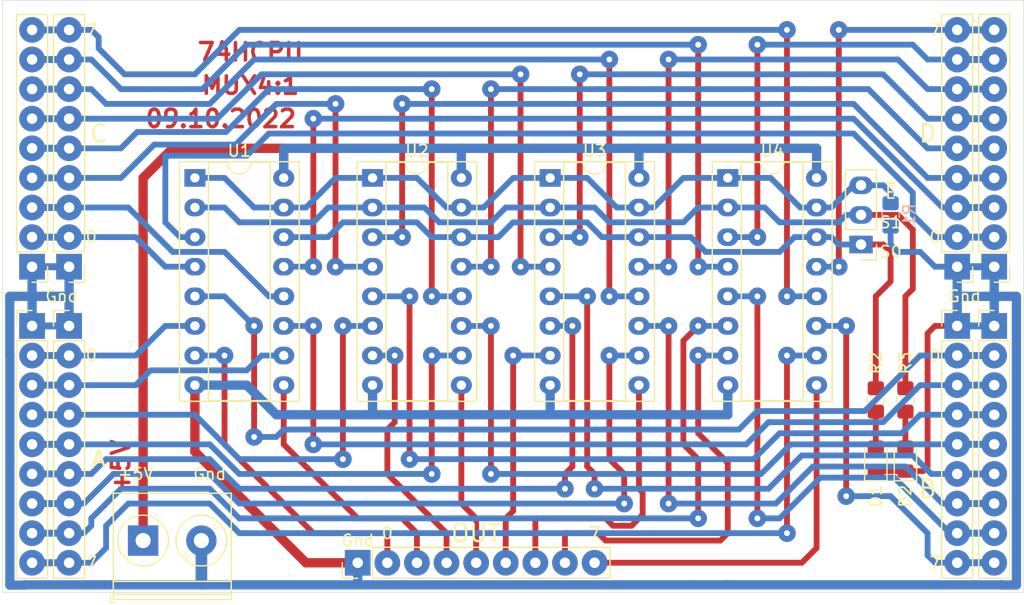
<source format=kicad_pcb>
(kicad_pcb (version 20171130) (host pcbnew "(5.1.8)-1")

  (general
    (thickness 1.6)
    (drawings 31)
    (tracks 495)
    (zones 0)
    (modules 22)
    (nets 48)
  )

  (page A4 portrait)
  (layers
    (0 F.Cu signal)
    (31 B.Cu signal)
    (32 B.Adhes user)
    (33 F.Adhes user)
    (34 B.Paste user)
    (35 F.Paste user)
    (36 B.SilkS user)
    (37 F.SilkS user)
    (38 B.Mask user)
    (39 F.Mask user)
    (40 Dwgs.User user)
    (41 Cmts.User user)
    (42 Eco1.User user)
    (43 Eco2.User user)
    (44 Edge.Cuts user)
    (45 Margin user)
    (46 B.CrtYd user)
    (47 F.CrtYd user)
    (48 B.Fab user)
    (49 F.Fab user)
  )

  (setup
    (last_trace_width 0.5)
    (user_trace_width 0.5)
    (user_trace_width 0.6)
    (user_trace_width 0.8)
    (user_trace_width 1)
    (trace_clearance 0.2)
    (zone_clearance 0.508)
    (zone_45_only no)
    (trace_min 0.2)
    (via_size 1.5)
    (via_drill 0.5)
    (via_min_size 0.4)
    (via_min_drill 0.3)
    (user_via 1.5 0.5)
    (uvia_size 0.3)
    (uvia_drill 0.1)
    (uvias_allowed no)
    (uvia_min_size 0.2)
    (uvia_min_drill 0.1)
    (edge_width 0.05)
    (segment_width 0.2)
    (pcb_text_width 0.3)
    (pcb_text_size 1.5 1.5)
    (mod_edge_width 0.12)
    (mod_text_size 1 1)
    (mod_text_width 0.15)
    (pad_size 2.2 1.5)
    (pad_drill 1.1)
    (pad_to_mask_clearance 0)
    (aux_axis_origin 0 0)
    (visible_elements 7FFFFFFF)
    (pcbplotparams
      (layerselection 0x010f0_ffffffff)
      (usegerberextensions false)
      (usegerberattributes true)
      (usegerberadvancedattributes true)
      (creategerberjobfile true)
      (excludeedgelayer true)
      (linewidth 0.100000)
      (plotframeref false)
      (viasonmask false)
      (mode 1)
      (useauxorigin false)
      (hpglpennumber 1)
      (hpglpenspeed 20)
      (hpglpendiameter 15.000000)
      (psnegative false)
      (psa4output false)
      (plotreference true)
      (plotvalue true)
      (plotinvisibletext false)
      (padsonsilk false)
      (subtractmaskfromsilk false)
      (outputformat 1)
      (mirror false)
      (drillshape 0)
      (scaleselection 1)
      (outputdirectory "gerber/"))
  )

  (net 0 "")
  (net 1 VCC)
  (net 2 GND)
  (net 3 /A0)
  (net 4 /A1)
  (net 5 /A2)
  (net 6 /A3)
  (net 7 /A4)
  (net 8 /A5)
  (net 9 /A6)
  (net 10 /A7)
  (net 11 /B7)
  (net 12 /B6)
  (net 13 /B5)
  (net 14 /B4)
  (net 15 /B3)
  (net 16 /B2)
  (net 17 /B1)
  (net 18 /B0)
  (net 19 /C0)
  (net 20 /C1)
  (net 21 /C2)
  (net 22 /C3)
  (net 23 /C4)
  (net 24 /C5)
  (net 25 /C6)
  (net 26 /C7)
  (net 27 /D7)
  (net 28 /D6)
  (net 29 /D5)
  (net 30 /D4)
  (net 31 /D3)
  (net 32 /D2)
  (net 33 /D1)
  (net 34 /D0)
  (net 35 /O0)
  (net 36 /O1)
  (net 37 /O2)
  (net 38 /O3)
  (net 39 /O4)
  (net 40 /O5)
  (net 41 /O6)
  (net 42 /O7)
  (net 43 /~E)
  (net 44 /S1)
  (net 45 /S0)
  (net 46 "Net-(D1-Pad2)")
  (net 47 "Net-(D2-Pad2)")

  (net_class Default "This is the default net class."
    (clearance 0.2)
    (trace_width 0.5)
    (via_dia 1.5)
    (via_drill 0.5)
    (uvia_dia 0.3)
    (uvia_drill 0.1)
    (add_net /A0)
    (add_net /A1)
    (add_net /A2)
    (add_net /A3)
    (add_net /A4)
    (add_net /A5)
    (add_net /A6)
    (add_net /A7)
    (add_net /B0)
    (add_net /B1)
    (add_net /B2)
    (add_net /B3)
    (add_net /B4)
    (add_net /B5)
    (add_net /B6)
    (add_net /B7)
    (add_net /C0)
    (add_net /C1)
    (add_net /C2)
    (add_net /C3)
    (add_net /C4)
    (add_net /C5)
    (add_net /C6)
    (add_net /C7)
    (add_net /D0)
    (add_net /D1)
    (add_net /D2)
    (add_net /D3)
    (add_net /D4)
    (add_net /D5)
    (add_net /D6)
    (add_net /D7)
    (add_net /O0)
    (add_net /O1)
    (add_net /O2)
    (add_net /O3)
    (add_net /O4)
    (add_net /O5)
    (add_net /O6)
    (add_net /O7)
    (add_net /S0)
    (add_net /S1)
    (add_net /~E)
    (add_net GND)
    (add_net "Net-(D1-Pad2)")
    (add_net "Net-(D2-Pad2)")
    (add_net VCC)
  )

  (module Connector_PinHeader_2.54mm:PinHeader_1x09_P2.54mm_Vertical (layer F.Cu) (tedit 59FED5CC) (tstamp 62E2897F)
    (at 156.21 81.28 180)
    (descr "Through hole straight pin header, 1x09, 2.54mm pitch, single row")
    (tags "Through hole pin header THT 1x09 2.54mm single row")
    (path /62E33219)
    (fp_text reference J11 (at 0 -2.33) (layer F.SilkS) hide
      (effects (font (size 1 1) (thickness 0.15)))
    )
    (fp_text value Conn_01x09_Male (at -1.27 10.16 90) (layer F.Fab)
      (effects (font (size 1 1) (thickness 0.15)))
    )
    (fp_line (start 1.8 -1.8) (end -1.8 -1.8) (layer F.CrtYd) (width 0.05))
    (fp_line (start 1.8 22.1) (end 1.8 -1.8) (layer F.CrtYd) (width 0.05))
    (fp_line (start -1.8 22.1) (end 1.8 22.1) (layer F.CrtYd) (width 0.05))
    (fp_line (start -1.8 -1.8) (end -1.8 22.1) (layer F.CrtYd) (width 0.05))
    (fp_line (start -1.33 -1.33) (end 0 -1.33) (layer F.SilkS) (width 0.12))
    (fp_line (start -1.33 0) (end -1.33 -1.33) (layer F.SilkS) (width 0.12))
    (fp_line (start -1.33 1.27) (end 1.33 1.27) (layer F.SilkS) (width 0.12))
    (fp_line (start 1.33 1.27) (end 1.33 21.65) (layer F.SilkS) (width 0.12))
    (fp_line (start -1.33 1.27) (end -1.33 21.65) (layer F.SilkS) (width 0.12))
    (fp_line (start -1.33 21.65) (end 1.33 21.65) (layer F.SilkS) (width 0.12))
    (fp_line (start -1.27 -0.635) (end -0.635 -1.27) (layer F.Fab) (width 0.1))
    (fp_line (start -1.27 21.59) (end -1.27 -0.635) (layer F.Fab) (width 0.1))
    (fp_line (start 1.27 21.59) (end -1.27 21.59) (layer F.Fab) (width 0.1))
    (fp_line (start 1.27 -1.27) (end 1.27 21.59) (layer F.Fab) (width 0.1))
    (fp_line (start -0.635 -1.27) (end 1.27 -1.27) (layer F.Fab) (width 0.1))
    (fp_text user %R (at 0 10.16 90) (layer F.Fab)
      (effects (font (size 1 1) (thickness 0.15)))
    )
    (pad 9 thru_hole oval (at 0 20.32 180) (size 2.2 2.2) (drill 0.9) (layers *.Cu *.Mask)
      (net 27 /D7))
    (pad 8 thru_hole oval (at 0 17.78 180) (size 2.2 2.2) (drill 0.9) (layers *.Cu *.Mask)
      (net 28 /D6))
    (pad 7 thru_hole oval (at 0 15.24 180) (size 2.2 2.2) (drill 0.9) (layers *.Cu *.Mask)
      (net 29 /D5))
    (pad 6 thru_hole oval (at 0 12.7 180) (size 2.2 2.2) (drill 0.9) (layers *.Cu *.Mask)
      (net 30 /D4))
    (pad 5 thru_hole oval (at 0 10.16 180) (size 2.2 2.2) (drill 0.9) (layers *.Cu *.Mask)
      (net 31 /D3))
    (pad 4 thru_hole oval (at 0 7.62 180) (size 2.2 2.2) (drill 0.9) (layers *.Cu *.Mask)
      (net 32 /D2))
    (pad 3 thru_hole oval (at 0 5.08 180) (size 2.2 2.2) (drill 0.9) (layers *.Cu *.Mask)
      (net 33 /D1))
    (pad 2 thru_hole oval (at 0 2.54 180) (size 2.2 2.2) (drill 0.9) (layers *.Cu *.Mask)
      (net 34 /D0))
    (pad 1 thru_hole rect (at 0 0 180) (size 2.2 2.2) (drill 0.9) (layers *.Cu *.Mask)
      (net 2 GND))
    (model ${KISYS3DMOD}/Connector_PinHeader_2.54mm.3dshapes/PinHeader_1x09_P2.54mm_Vertical.wrl
      (at (xyz 0 0 0))
      (scale (xyz 1 1 1))
      (rotate (xyz 0 0 0))
    )
  )

  (module Connector_PinHeader_2.54mm:PinHeader_1x09_P2.54mm_Vertical (layer F.Cu) (tedit 59FED5CC) (tstamp 62E28962)
    (at 73.66 81.28 180)
    (descr "Through hole straight pin header, 1x09, 2.54mm pitch, single row")
    (tags "Through hole pin header THT 1x09 2.54mm single row")
    (path /62E33213)
    (fp_text reference J10 (at 0 -2.33) (layer F.SilkS) hide
      (effects (font (size 1 1) (thickness 0.15)))
    )
    (fp_text value Conn_01x09_Male (at 1.905 9.525 90) (layer F.Fab)
      (effects (font (size 1 1) (thickness 0.15)))
    )
    (fp_line (start 1.8 -1.8) (end -1.8 -1.8) (layer F.CrtYd) (width 0.05))
    (fp_line (start 1.8 22.1) (end 1.8 -1.8) (layer F.CrtYd) (width 0.05))
    (fp_line (start -1.8 22.1) (end 1.8 22.1) (layer F.CrtYd) (width 0.05))
    (fp_line (start -1.8 -1.8) (end -1.8 22.1) (layer F.CrtYd) (width 0.05))
    (fp_line (start -1.33 -1.33) (end 0 -1.33) (layer F.SilkS) (width 0.12))
    (fp_line (start -1.33 0) (end -1.33 -1.33) (layer F.SilkS) (width 0.12))
    (fp_line (start -1.33 1.27) (end 1.33 1.27) (layer F.SilkS) (width 0.12))
    (fp_line (start 1.33 1.27) (end 1.33 21.65) (layer F.SilkS) (width 0.12))
    (fp_line (start -1.33 1.27) (end -1.33 21.65) (layer F.SilkS) (width 0.12))
    (fp_line (start -1.33 21.65) (end 1.33 21.65) (layer F.SilkS) (width 0.12))
    (fp_line (start -1.27 -0.635) (end -0.635 -1.27) (layer F.Fab) (width 0.1))
    (fp_line (start -1.27 21.59) (end -1.27 -0.635) (layer F.Fab) (width 0.1))
    (fp_line (start 1.27 21.59) (end -1.27 21.59) (layer F.Fab) (width 0.1))
    (fp_line (start 1.27 -1.27) (end 1.27 21.59) (layer F.Fab) (width 0.1))
    (fp_line (start -0.635 -1.27) (end 1.27 -1.27) (layer F.Fab) (width 0.1))
    (fp_text user %R (at 0 10.16 90) (layer F.Fab)
      (effects (font (size 1 1) (thickness 0.15)))
    )
    (pad 9 thru_hole oval (at 0 20.32 180) (size 2.2 2.2) (drill 0.9) (layers *.Cu *.Mask)
      (net 26 /C7))
    (pad 8 thru_hole oval (at 0 17.78 180) (size 2.2 2.2) (drill 0.9) (layers *.Cu *.Mask)
      (net 25 /C6))
    (pad 7 thru_hole oval (at 0 15.24 180) (size 2.2 2.2) (drill 0.9) (layers *.Cu *.Mask)
      (net 24 /C5))
    (pad 6 thru_hole oval (at 0 12.7 180) (size 2.2 2.2) (drill 0.9) (layers *.Cu *.Mask)
      (net 23 /C4))
    (pad 5 thru_hole oval (at 0 10.16 180) (size 2.2 2.2) (drill 0.9) (layers *.Cu *.Mask)
      (net 22 /C3))
    (pad 4 thru_hole oval (at 0 7.62 180) (size 2.2 2.2) (drill 0.9) (layers *.Cu *.Mask)
      (net 21 /C2))
    (pad 3 thru_hole oval (at 0 5.08 180) (size 2.2 2.2) (drill 0.9) (layers *.Cu *.Mask)
      (net 20 /C1))
    (pad 2 thru_hole oval (at 0 2.54 180) (size 2.2 2.2) (drill 0.9) (layers *.Cu *.Mask)
      (net 19 /C0))
    (pad 1 thru_hole rect (at 0 0 180) (size 2.2 2.2) (drill 0.9) (layers *.Cu *.Mask)
      (net 2 GND))
    (model ${KISYS3DMOD}/Connector_PinHeader_2.54mm.3dshapes/PinHeader_1x09_P2.54mm_Vertical.wrl
      (at (xyz 0 0 0))
      (scale (xyz 1 1 1))
      (rotate (xyz 0 0 0))
    )
  )

  (module Connector_PinHeader_2.54mm:PinHeader_1x09_P2.54mm_Vertical (layer F.Cu) (tedit 59FED5CC) (tstamp 62E28945)
    (at 156.21 86.36)
    (descr "Through hole straight pin header, 1x09, 2.54mm pitch, single row")
    (tags "Through hole pin header THT 1x09 2.54mm single row")
    (path /62E3320D)
    (fp_text reference J9 (at 0 -2.33) (layer F.SilkS) hide
      (effects (font (size 1 1) (thickness 0.15)))
    )
    (fp_text value Conn_01x09_Male (at 1.27 10.16 90) (layer F.Fab)
      (effects (font (size 1 1) (thickness 0.15)))
    )
    (fp_line (start 1.8 -1.8) (end -1.8 -1.8) (layer F.CrtYd) (width 0.05))
    (fp_line (start 1.8 22.1) (end 1.8 -1.8) (layer F.CrtYd) (width 0.05))
    (fp_line (start -1.8 22.1) (end 1.8 22.1) (layer F.CrtYd) (width 0.05))
    (fp_line (start -1.8 -1.8) (end -1.8 22.1) (layer F.CrtYd) (width 0.05))
    (fp_line (start -1.33 -1.33) (end 0 -1.33) (layer F.SilkS) (width 0.12))
    (fp_line (start -1.33 0) (end -1.33 -1.33) (layer F.SilkS) (width 0.12))
    (fp_line (start -1.33 1.27) (end 1.33 1.27) (layer F.SilkS) (width 0.12))
    (fp_line (start 1.33 1.27) (end 1.33 21.65) (layer F.SilkS) (width 0.12))
    (fp_line (start -1.33 1.27) (end -1.33 21.65) (layer F.SilkS) (width 0.12))
    (fp_line (start -1.33 21.65) (end 1.33 21.65) (layer F.SilkS) (width 0.12))
    (fp_line (start -1.27 -0.635) (end -0.635 -1.27) (layer F.Fab) (width 0.1))
    (fp_line (start -1.27 21.59) (end -1.27 -0.635) (layer F.Fab) (width 0.1))
    (fp_line (start 1.27 21.59) (end -1.27 21.59) (layer F.Fab) (width 0.1))
    (fp_line (start 1.27 -1.27) (end 1.27 21.59) (layer F.Fab) (width 0.1))
    (fp_line (start -0.635 -1.27) (end 1.27 -1.27) (layer F.Fab) (width 0.1))
    (fp_text user %R (at 0 10.16 90) (layer F.Fab)
      (effects (font (size 1 1) (thickness 0.15)))
    )
    (pad 9 thru_hole oval (at 0 20.32) (size 2.2 2.2) (drill 0.9) (layers *.Cu *.Mask)
      (net 11 /B7))
    (pad 8 thru_hole oval (at 0 17.78) (size 2.2 2.2) (drill 0.9) (layers *.Cu *.Mask)
      (net 12 /B6))
    (pad 7 thru_hole oval (at 0 15.24) (size 2.2 2.2) (drill 0.9) (layers *.Cu *.Mask)
      (net 13 /B5))
    (pad 6 thru_hole oval (at 0 12.7) (size 2.2 2.2) (drill 0.9) (layers *.Cu *.Mask)
      (net 14 /B4))
    (pad 5 thru_hole oval (at 0 10.16) (size 2.2 2.2) (drill 0.9) (layers *.Cu *.Mask)
      (net 15 /B3))
    (pad 4 thru_hole oval (at 0 7.62) (size 2.2 2.2) (drill 0.9) (layers *.Cu *.Mask)
      (net 16 /B2))
    (pad 3 thru_hole oval (at 0 5.08) (size 2.2 2.2) (drill 0.9) (layers *.Cu *.Mask)
      (net 17 /B1))
    (pad 2 thru_hole oval (at 0 2.54) (size 2.2 2.2) (drill 0.9) (layers *.Cu *.Mask)
      (net 18 /B0))
    (pad 1 thru_hole rect (at 0 0) (size 2.2 2.2) (drill 0.9) (layers *.Cu *.Mask)
      (net 2 GND))
    (model ${KISYS3DMOD}/Connector_PinHeader_2.54mm.3dshapes/PinHeader_1x09_P2.54mm_Vertical.wrl
      (at (xyz 0 0 0))
      (scale (xyz 1 1 1))
      (rotate (xyz 0 0 0))
    )
  )

  (module Connector_PinHeader_2.54mm:PinHeader_1x09_P2.54mm_Vertical (layer F.Cu) (tedit 59FED5CC) (tstamp 62E28928)
    (at 73.66 86.36)
    (descr "Through hole straight pin header, 1x09, 2.54mm pitch, single row")
    (tags "Through hole pin header THT 1x09 2.54mm single row")
    (path /62E33207)
    (fp_text reference J8 (at 0 -2.33) (layer F.SilkS) hide
      (effects (font (size 1 1) (thickness 0.15)))
    )
    (fp_text value Conn_01x09_Male (at -1.905 10.16 90) (layer F.Fab)
      (effects (font (size 1 1) (thickness 0.15)))
    )
    (fp_line (start 1.8 -1.8) (end -1.8 -1.8) (layer F.CrtYd) (width 0.05))
    (fp_line (start 1.8 22.1) (end 1.8 -1.8) (layer F.CrtYd) (width 0.05))
    (fp_line (start -1.8 22.1) (end 1.8 22.1) (layer F.CrtYd) (width 0.05))
    (fp_line (start -1.8 -1.8) (end -1.8 22.1) (layer F.CrtYd) (width 0.05))
    (fp_line (start -1.33 -1.33) (end 0 -1.33) (layer F.SilkS) (width 0.12))
    (fp_line (start -1.33 0) (end -1.33 -1.33) (layer F.SilkS) (width 0.12))
    (fp_line (start -1.33 1.27) (end 1.33 1.27) (layer F.SilkS) (width 0.12))
    (fp_line (start 1.33 1.27) (end 1.33 21.65) (layer F.SilkS) (width 0.12))
    (fp_line (start -1.33 1.27) (end -1.33 21.65) (layer F.SilkS) (width 0.12))
    (fp_line (start -1.33 21.65) (end 1.33 21.65) (layer F.SilkS) (width 0.12))
    (fp_line (start -1.27 -0.635) (end -0.635 -1.27) (layer F.Fab) (width 0.1))
    (fp_line (start -1.27 21.59) (end -1.27 -0.635) (layer F.Fab) (width 0.1))
    (fp_line (start 1.27 21.59) (end -1.27 21.59) (layer F.Fab) (width 0.1))
    (fp_line (start 1.27 -1.27) (end 1.27 21.59) (layer F.Fab) (width 0.1))
    (fp_line (start -0.635 -1.27) (end 1.27 -1.27) (layer F.Fab) (width 0.1))
    (fp_text user %R (at 0 10.16 90) (layer F.Fab)
      (effects (font (size 1 1) (thickness 0.15)))
    )
    (pad 9 thru_hole oval (at 0 20.32) (size 2.2 2.2) (drill 0.9) (layers *.Cu *.Mask)
      (net 10 /A7))
    (pad 8 thru_hole oval (at 0 17.78) (size 2.2 2.2) (drill 0.9) (layers *.Cu *.Mask)
      (net 9 /A6))
    (pad 7 thru_hole oval (at 0 15.24) (size 2.2 2.2) (drill 0.9) (layers *.Cu *.Mask)
      (net 8 /A5))
    (pad 6 thru_hole oval (at 0 12.7) (size 2.2 2.2) (drill 0.9) (layers *.Cu *.Mask)
      (net 7 /A4))
    (pad 5 thru_hole oval (at 0 10.16) (size 2.2 2.2) (drill 0.9) (layers *.Cu *.Mask)
      (net 6 /A3))
    (pad 4 thru_hole oval (at 0 7.62) (size 2.2 2.2) (drill 0.9) (layers *.Cu *.Mask)
      (net 5 /A2))
    (pad 3 thru_hole oval (at 0 5.08) (size 2.2 2.2) (drill 0.9) (layers *.Cu *.Mask)
      (net 4 /A1))
    (pad 2 thru_hole oval (at 0 2.54) (size 2.2 2.2) (drill 0.9) (layers *.Cu *.Mask)
      (net 3 /A0))
    (pad 1 thru_hole rect (at 0 0) (size 2.2 2.2) (drill 0.9) (layers *.Cu *.Mask)
      (net 2 GND))
    (model ${KISYS3DMOD}/Connector_PinHeader_2.54mm.3dshapes/PinHeader_1x09_P2.54mm_Vertical.wrl
      (at (xyz 0 0 0))
      (scale (xyz 1 1 1))
      (rotate (xyz 0 0 0))
    )
  )

  (module Package_DIP:DIP-16_W7.62mm_Socket (layer F.Cu) (tedit 5A02E8C5) (tstamp 62E17A5C)
    (at 102.87 73.66)
    (descr "16-lead though-hole mounted DIP package, row spacing 7.62 mm (300 mils), Socket")
    (tags "THT DIP DIL PDIP 2.54mm 7.62mm 300mil Socket")
    (path /62E122CC)
    (fp_text reference U2 (at 3.81 -2.33) (layer F.SilkS)
      (effects (font (size 1 1) (thickness 0.15)))
    )
    (fp_text value 74LS153 (at 3.81 20.11) (layer F.Fab)
      (effects (font (size 1 1) (thickness 0.15)))
    )
    (fp_line (start 1.635 -1.27) (end 6.985 -1.27) (layer F.Fab) (width 0.1))
    (fp_line (start 6.985 -1.27) (end 6.985 19.05) (layer F.Fab) (width 0.1))
    (fp_line (start 6.985 19.05) (end 0.635 19.05) (layer F.Fab) (width 0.1))
    (fp_line (start 0.635 19.05) (end 0.635 -0.27) (layer F.Fab) (width 0.1))
    (fp_line (start 0.635 -0.27) (end 1.635 -1.27) (layer F.Fab) (width 0.1))
    (fp_line (start -1.27 -1.33) (end -1.27 19.11) (layer F.Fab) (width 0.1))
    (fp_line (start -1.27 19.11) (end 8.89 19.11) (layer F.Fab) (width 0.1))
    (fp_line (start 8.89 19.11) (end 8.89 -1.33) (layer F.Fab) (width 0.1))
    (fp_line (start 8.89 -1.33) (end -1.27 -1.33) (layer F.Fab) (width 0.1))
    (fp_line (start 2.81 -1.33) (end 1.16 -1.33) (layer F.SilkS) (width 0.12))
    (fp_line (start 1.16 -1.33) (end 1.16 19.11) (layer F.SilkS) (width 0.12))
    (fp_line (start 1.16 19.11) (end 6.46 19.11) (layer F.SilkS) (width 0.12))
    (fp_line (start 6.46 19.11) (end 6.46 -1.33) (layer F.SilkS) (width 0.12))
    (fp_line (start 6.46 -1.33) (end 4.81 -1.33) (layer F.SilkS) (width 0.12))
    (fp_line (start -1.33 -1.39) (end -1.33 19.17) (layer F.SilkS) (width 0.12))
    (fp_line (start -1.33 19.17) (end 8.95 19.17) (layer F.SilkS) (width 0.12))
    (fp_line (start 8.95 19.17) (end 8.95 -1.39) (layer F.SilkS) (width 0.12))
    (fp_line (start 8.95 -1.39) (end -1.33 -1.39) (layer F.SilkS) (width 0.12))
    (fp_line (start -1.55 -1.6) (end -1.55 19.4) (layer F.CrtYd) (width 0.05))
    (fp_line (start -1.55 19.4) (end 9.15 19.4) (layer F.CrtYd) (width 0.05))
    (fp_line (start 9.15 19.4) (end 9.15 -1.6) (layer F.CrtYd) (width 0.05))
    (fp_line (start 9.15 -1.6) (end -1.55 -1.6) (layer F.CrtYd) (width 0.05))
    (fp_text user %R (at 3.81 8.89) (layer F.Fab)
      (effects (font (size 1 1) (thickness 0.15)))
    )
    (fp_arc (start 3.81 -1.33) (end 2.81 -1.33) (angle -180) (layer F.SilkS) (width 0.12))
    (pad 16 thru_hole oval (at 7.62 0) (size 1.8 1.5) (drill 0.8) (layers *.Cu *.Mask)
      (net 1 VCC))
    (pad 8 thru_hole oval (at 0 17.78) (size 1.8 1.5) (drill 0.8) (layers *.Cu *.Mask)
      (net 2 GND))
    (pad 15 thru_hole oval (at 7.62 2.54) (size 1.8 1.5) (drill 0.8) (layers *.Cu *.Mask)
      (net 43 /~E))
    (pad 7 thru_hole oval (at 0 15.24) (size 1.8 1.5) (drill 0.8) (layers *.Cu *.Mask)
      (net 37 /O2))
    (pad 14 thru_hole oval (at 7.62 5.08) (size 1.8 1.5) (drill 0.8) (layers *.Cu *.Mask)
      (net 45 /S0))
    (pad 6 thru_hole oval (at 0 12.7) (size 1.8 1.5) (drill 0.8) (layers *.Cu *.Mask)
      (net 5 /A2))
    (pad 13 thru_hole oval (at 7.62 7.62) (size 1.8 1.5) (drill 0.8) (layers *.Cu *.Mask)
      (net 31 /D3))
    (pad 5 thru_hole oval (at 0 10.16) (size 1.8 1.5) (drill 0.8) (layers *.Cu *.Mask)
      (net 16 /B2))
    (pad 12 thru_hole oval (at 7.62 10.16) (size 1.8 1.5) (drill 0.8) (layers *.Cu *.Mask)
      (net 22 /C3))
    (pad 4 thru_hole oval (at 0 7.62) (size 1.8 1.5) (drill 0.8) (layers *.Cu *.Mask)
      (net 21 /C2))
    (pad 11 thru_hole oval (at 7.62 12.7) (size 1.8 1.5) (drill 0.8) (layers *.Cu *.Mask)
      (net 15 /B3))
    (pad 3 thru_hole oval (at 0 5.08) (size 1.8 1.5) (drill 0.8) (layers *.Cu *.Mask)
      (net 32 /D2))
    (pad 10 thru_hole oval (at 7.62 15.24) (size 1.8 1.5) (drill 0.8) (layers *.Cu *.Mask)
      (net 6 /A3))
    (pad 2 thru_hole oval (at 0 2.54) (size 1.8 1.5) (drill 0.8) (layers *.Cu *.Mask)
      (net 44 /S1))
    (pad 9 thru_hole oval (at 7.62 17.78) (size 1.8 1.5) (drill 0.8) (layers *.Cu *.Mask)
      (net 38 /O3))
    (pad 1 thru_hole rect (at 0 0) (size 1.8 1.5) (drill 0.8) (layers *.Cu *.Mask)
      (net 43 /~E))
    (model ${KISYS3DMOD}/Package_DIP.3dshapes/DIP-16_W7.62mm_Socket.wrl
      (at (xyz 0 0 0))
      (scale (xyz 1 1 1))
      (rotate (xyz 0 0 0))
    )
  )

  (module Resistor_SMD:R_0805_2012Metric_Pad1.20x1.40mm_HandSolder (layer B.Cu) (tedit 5F68FEEE) (tstamp 62E187BA)
    (at 147.32 76.835 270)
    (descr "Resistor SMD 0805 (2012 Metric), square (rectangular) end terminal, IPC_7351 nominal with elongated pad for handsoldering. (Body size source: IPC-SM-782 page 72, https://www.pcb-3d.com/wordpress/wp-content/uploads/ipc-sm-782a_amendment_1_and_2.pdf), generated with kicad-footprint-generator")
    (tags "resistor handsolder")
    (path /62E1F3C7)
    (attr smd)
    (fp_text reference R1 (at 0 -1.5875 90) (layer B.SilkS)
      (effects (font (size 1 1) (thickness 0.15)) (justify mirror))
    )
    (fp_text value 10k (at 0 -1.65 90) (layer B.Fab)
      (effects (font (size 1 1) (thickness 0.15)) (justify mirror))
    )
    (fp_line (start 1.85 -0.95) (end -1.85 -0.95) (layer B.CrtYd) (width 0.05))
    (fp_line (start 1.85 0.95) (end 1.85 -0.95) (layer B.CrtYd) (width 0.05))
    (fp_line (start -1.85 0.95) (end 1.85 0.95) (layer B.CrtYd) (width 0.05))
    (fp_line (start -1.85 -0.95) (end -1.85 0.95) (layer B.CrtYd) (width 0.05))
    (fp_line (start -0.227064 -0.735) (end 0.227064 -0.735) (layer B.SilkS) (width 0.12))
    (fp_line (start -0.227064 0.735) (end 0.227064 0.735) (layer B.SilkS) (width 0.12))
    (fp_line (start 1 -0.625) (end -1 -0.625) (layer B.Fab) (width 0.1))
    (fp_line (start 1 0.625) (end 1 -0.625) (layer B.Fab) (width 0.1))
    (fp_line (start -1 0.625) (end 1 0.625) (layer B.Fab) (width 0.1))
    (fp_line (start -1 -0.625) (end -1 0.625) (layer B.Fab) (width 0.1))
    (fp_text user %R (at 0 0 90) (layer B.Fab)
      (effects (font (size 0.5 0.5) (thickness 0.08)) (justify mirror))
    )
    (pad 2 smd roundrect (at 1 0 270) (size 1.2 1.4) (layers B.Cu B.Paste B.Mask) (roundrect_rratio 0.2083325)
      (net 2 GND))
    (pad 1 smd roundrect (at -1 0 270) (size 1.2 1.4) (layers B.Cu B.Paste B.Mask) (roundrect_rratio 0.2083325)
      (net 43 /~E))
    (model ${KISYS3DMOD}/Resistor_SMD.3dshapes/R_0805_2012Metric.wrl
      (at (xyz 0 0 0))
      (scale (xyz 1 1 1))
      (rotate (xyz 0 0 0))
    )
  )

  (module Connector_PinHeader_2.54mm:PinHeader_1x03_P2.54mm_Vertical (layer F.Cu) (tedit 59FED5CC) (tstamp 62E187A9)
    (at 144.78 79.375 180)
    (descr "Through hole straight pin header, 1x03, 2.54mm pitch, single row")
    (tags "Through hole pin header THT 1x03 2.54mm single row")
    (path /62E1D5C5)
    (fp_text reference J7 (at 0 -2.33) (layer F.SilkS) hide
      (effects (font (size 1 1) (thickness 0.15)))
    )
    (fp_text value Conn_01x03_Male (at 0 7.41) (layer F.Fab)
      (effects (font (size 1 1) (thickness 0.15)))
    )
    (fp_line (start 1.8 -1.8) (end -1.8 -1.8) (layer F.CrtYd) (width 0.05))
    (fp_line (start 1.8 6.85) (end 1.8 -1.8) (layer F.CrtYd) (width 0.05))
    (fp_line (start -1.8 6.85) (end 1.8 6.85) (layer F.CrtYd) (width 0.05))
    (fp_line (start -1.8 -1.8) (end -1.8 6.85) (layer F.CrtYd) (width 0.05))
    (fp_line (start -1.33 -1.33) (end 0 -1.33) (layer F.SilkS) (width 0.12))
    (fp_line (start -1.33 0) (end -1.33 -1.33) (layer F.SilkS) (width 0.12))
    (fp_line (start -1.33 1.27) (end 1.33 1.27) (layer F.SilkS) (width 0.12))
    (fp_line (start 1.33 1.27) (end 1.33 6.41) (layer F.SilkS) (width 0.12))
    (fp_line (start -1.33 1.27) (end -1.33 6.41) (layer F.SilkS) (width 0.12))
    (fp_line (start -1.33 6.41) (end 1.33 6.41) (layer F.SilkS) (width 0.12))
    (fp_line (start -1.27 -0.635) (end -0.635 -1.27) (layer F.Fab) (width 0.1))
    (fp_line (start -1.27 6.35) (end -1.27 -0.635) (layer F.Fab) (width 0.1))
    (fp_line (start 1.27 6.35) (end -1.27 6.35) (layer F.Fab) (width 0.1))
    (fp_line (start 1.27 -1.27) (end 1.27 6.35) (layer F.Fab) (width 0.1))
    (fp_line (start -0.635 -1.27) (end 1.27 -1.27) (layer F.Fab) (width 0.1))
    (fp_text user %R (at 0 2.54 90) (layer F.Fab)
      (effects (font (size 1 1) (thickness 0.15)))
    )
    (pad 3 thru_hole oval (at 0 5.08 180) (size 2 1.5) (drill 0.9) (layers *.Cu *.Mask)
      (net 43 /~E))
    (pad 2 thru_hole oval (at 0 2.54 180) (size 2 1.5) (drill 0.9) (layers *.Cu *.Mask)
      (net 44 /S1))
    (pad 1 thru_hole rect (at 0 0 180) (size 2 1.5) (drill 0.9) (layers *.Cu *.Mask)
      (net 45 /S0))
    (model ${KISYS3DMOD}/Connector_PinHeader_2.54mm.3dshapes/PinHeader_1x03_P2.54mm_Vertical.wrl
      (at (xyz 0 0 0))
      (scale (xyz 1 1 1))
      (rotate (xyz 0 0 0))
    )
  )

  (module MountingHole:MountingHole_3.2mm_M3 (layer F.Cu) (tedit 56D1B4CB) (tstamp 62E1859D)
    (at 83.82 62.23)
    (descr "Mounting Hole 3.2mm, no annular, M3")
    (tags "mounting hole 3.2mm no annular m3")
    (path /62E202A1)
    (attr virtual)
    (fp_text reference H1 (at 2.54 -2.54) (layer F.SilkS) hide
      (effects (font (size 1 1) (thickness 0.15)))
    )
    (fp_text value MountingHole (at 0 4.2) (layer F.Fab)
      (effects (font (size 1 1) (thickness 0.15)))
    )
    (fp_circle (center 0 0) (end 3.45 0) (layer F.CrtYd) (width 0.05))
    (fp_circle (center 0 0) (end 3.2 0) (layer Cmts.User) (width 0.15))
    (fp_text user %R (at 0.3 0) (layer F.Fab)
      (effects (font (size 1 1) (thickness 0.15)))
    )
    (pad 1 np_thru_hole circle (at 0 0) (size 3.2 3.2) (drill 3.2) (layers *.Cu *.Mask))
  )

  (module MountingHole:MountingHole_3.2mm_M3 (layer F.Cu) (tedit 56D1B4CB) (tstamp 62E17939)
    (at 146.05 105.41)
    (descr "Mounting Hole 3.2mm, no annular, M3")
    (tags "mounting hole 3.2mm no annular m3")
    (path /62E20901)
    (attr virtual)
    (fp_text reference H2 (at 0 -4.2) (layer F.SilkS) hide
      (effects (font (size 1 1) (thickness 0.15)))
    )
    (fp_text value MountingHole (at 0 2.54) (layer F.Fab)
      (effects (font (size 1 1) (thickness 0.15)))
    )
    (fp_circle (center 0 0) (end 3.2 0) (layer Cmts.User) (width 0.15))
    (fp_circle (center 0 0) (end 3.45 0) (layer F.CrtYd) (width 0.05))
    (fp_text user %R (at 0.3 0) (layer F.Fab)
      (effects (font (size 1 1) (thickness 0.15)))
    )
    (pad 1 np_thru_hole circle (at 0 0) (size 3.2 3.2) (drill 3.2) (layers *.Cu *.Mask))
  )

  (module TerminalBlock_Phoenix:TerminalBlock_Phoenix_PT-1,5-2-5.0-H_1x02_P5.00mm_Horizontal (layer F.Cu) (tedit 62E12323) (tstamp 62E182FD)
    (at 83.185 104.775)
    (descr "Terminal Block Phoenix PT-1,5-2-5.0-H, 2 pins, pitch 5mm, size 10x9mm^2, drill diamater 1.3mm, pad diameter 2.6mm, see http://www.mouser.com/ds/2/324/ItemDetail_1935161-922578.pdf, script-generated using https://github.com/pointhi/kicad-footprint-generator/scripts/TerminalBlock_Phoenix")
    (tags "THT Terminal Block Phoenix PT-1,5-2-5.0-H pitch 5mm size 10x9mm^2 drill 1.3mm pad 2.6mm")
    (path /62E1EF2D)
    (fp_text reference J1 (at 2.5 -5.06) (layer F.SilkS) hide
      (effects (font (size 1 1) (thickness 0.15)))
    )
    (fp_text value Screw_Terminal_01x02 (at 3.175 2.8575) (layer F.Fab)
      (effects (font (size 1 1) (thickness 0.15)))
    )
    (fp_line (start 8 -4.5) (end -3 -4.5) (layer F.CrtYd) (width 0.05))
    (fp_line (start 8 5.5) (end 8 -4.5) (layer F.CrtYd) (width 0.05))
    (fp_line (start -3 5.5) (end 8 5.5) (layer F.CrtYd) (width 0.05))
    (fp_line (start -3 -4.5) (end -3 5.5) (layer F.CrtYd) (width 0.05))
    (fp_line (start -2.8 5.3) (end -2.4 5.3) (layer F.SilkS) (width 0.12))
    (fp_line (start -2.8 4.66) (end -2.8 5.3) (layer F.SilkS) (width 0.12))
    (fp_line (start 3.742 0.992) (end 3.347 1.388) (layer F.SilkS) (width 0.12))
    (fp_line (start 6.388 -1.654) (end 6.008 -1.274) (layer F.SilkS) (width 0.12))
    (fp_line (start 3.993 1.274) (end 3.613 1.654) (layer F.SilkS) (width 0.12))
    (fp_line (start 6.654 -1.388) (end 6.259 -0.992) (layer F.SilkS) (width 0.12))
    (fp_line (start 6.273 -1.517) (end 3.484 1.273) (layer F.Fab) (width 0.1))
    (fp_line (start 6.517 -1.273) (end 3.728 1.517) (layer F.Fab) (width 0.1))
    (fp_line (start -1.548 1.281) (end -1.654 1.388) (layer F.SilkS) (width 0.12))
    (fp_line (start 1.388 -1.654) (end 1.281 -1.547) (layer F.SilkS) (width 0.12))
    (fp_line (start -1.282 1.547) (end -1.388 1.654) (layer F.SilkS) (width 0.12))
    (fp_line (start 1.654 -1.388) (end 1.547 -1.281) (layer F.SilkS) (width 0.12))
    (fp_line (start 1.273 -1.517) (end -1.517 1.273) (layer F.Fab) (width 0.1))
    (fp_line (start 1.517 -1.273) (end -1.273 1.517) (layer F.Fab) (width 0.1))
    (fp_line (start 7.56 -4.06) (end 7.56 5.06) (layer F.SilkS) (width 0.12))
    (fp_line (start -2.56 -4.06) (end -2.56 5.06) (layer F.SilkS) (width 0.12))
    (fp_line (start -2.56 5.06) (end 7.56 5.06) (layer F.SilkS) (width 0.12))
    (fp_line (start -2.56 -4.06) (end 7.56 -4.06) (layer F.SilkS) (width 0.12))
    (fp_line (start -2.56 3.5) (end 7.56 3.5) (layer F.SilkS) (width 0.12))
    (fp_line (start -2.5 3.5) (end 7.5 3.5) (layer F.Fab) (width 0.1))
    (fp_line (start -2.56 4.6) (end 7.56 4.6) (layer F.SilkS) (width 0.12))
    (fp_line (start -2.5 4.6) (end 7.5 4.6) (layer F.Fab) (width 0.1))
    (fp_line (start -2.5 4.6) (end -2.5 -4) (layer F.Fab) (width 0.1))
    (fp_line (start -2.1 5) (end -2.5 4.6) (layer F.Fab) (width 0.1))
    (fp_line (start 7.5 5) (end -2.1 5) (layer F.Fab) (width 0.1))
    (fp_line (start 7.5 -4) (end 7.5 5) (layer F.Fab) (width 0.1))
    (fp_line (start -2.5 -4) (end 7.5 -4) (layer F.Fab) (width 0.1))
    (fp_circle (center 5 0) (end 7.18 0) (layer F.SilkS) (width 0.12))
    (fp_circle (center 5 0) (end 7 0) (layer F.Fab) (width 0.1))
    (fp_circle (center 0 0) (end 2.18 0) (layer F.SilkS) (width 0.12))
    (fp_circle (center 0 0) (end 2 0) (layer F.Fab) (width 0.1))
    (fp_text user %R (at 2.5 2.9) (layer F.Fab)
      (effects (font (size 1 1) (thickness 0.15)))
    )
    (pad 1 thru_hole rect (at 0 0) (size 2.6 2.6) (drill 1.3) (layers *.Cu *.Mask)
      (net 1 VCC))
    (pad 2 thru_hole circle (at 5 0) (size 2.6 2.6) (drill 1.3) (layers *.Cu *.Mask)
      (net 2 GND))
    (model ${KISYS3DMOD}/TerminalBlock_Phoenix.3dshapes/TerminalBlock_Phoenix_PT-1,5-2-5.0-H_1x02_P5.00mm_Horizontal.wrl
      (at (xyz 0 0 0))
      (scale (xyz 1 1 1))
      (rotate (xyz 0 0 0))
    )
  )

  (module Connector_PinHeader_2.54mm:PinHeader_1x09_P2.54mm_Vertical (layer F.Cu) (tedit 59FED5CC) (tstamp 62E17990)
    (at 76.835 86.36)
    (descr "Through hole straight pin header, 1x09, 2.54mm pitch, single row")
    (tags "Through hole pin header THT 1x09 2.54mm single row")
    (path /62E15B39)
    (fp_text reference J2 (at 2.54 0) (layer F.SilkS) hide
      (effects (font (size 1 1) (thickness 0.15)))
    )
    (fp_text value Conn_01x09_Male (at 2.54 13.97 90) (layer F.Fab)
      (effects (font (size 1 1) (thickness 0.15)))
    )
    (fp_line (start 1.8 -1.8) (end -1.8 -1.8) (layer F.CrtYd) (width 0.05))
    (fp_line (start 1.8 22.1) (end 1.8 -1.8) (layer F.CrtYd) (width 0.05))
    (fp_line (start -1.8 22.1) (end 1.8 22.1) (layer F.CrtYd) (width 0.05))
    (fp_line (start -1.8 -1.8) (end -1.8 22.1) (layer F.CrtYd) (width 0.05))
    (fp_line (start -1.33 -1.33) (end 0 -1.33) (layer F.SilkS) (width 0.12))
    (fp_line (start -1.33 0) (end -1.33 -1.33) (layer F.SilkS) (width 0.12))
    (fp_line (start -1.33 1.27) (end 1.33 1.27) (layer F.SilkS) (width 0.12))
    (fp_line (start 1.33 1.27) (end 1.33 21.65) (layer F.SilkS) (width 0.12))
    (fp_line (start -1.33 1.27) (end -1.33 21.65) (layer F.SilkS) (width 0.12))
    (fp_line (start -1.33 21.65) (end 1.33 21.65) (layer F.SilkS) (width 0.12))
    (fp_line (start -1.27 -0.635) (end -0.635 -1.27) (layer F.Fab) (width 0.1))
    (fp_line (start -1.27 21.59) (end -1.27 -0.635) (layer F.Fab) (width 0.1))
    (fp_line (start 1.27 21.59) (end -1.27 21.59) (layer F.Fab) (width 0.1))
    (fp_line (start 1.27 -1.27) (end 1.27 21.59) (layer F.Fab) (width 0.1))
    (fp_line (start -0.635 -1.27) (end 1.27 -1.27) (layer F.Fab) (width 0.1))
    (fp_text user %R (at 0 10.16 90) (layer F.Fab)
      (effects (font (size 1 1) (thickness 0.15)))
    )
    (pad 1 thru_hole rect (at 0 0) (size 2.2 2.2) (drill 0.9) (layers *.Cu *.Mask)
      (net 2 GND))
    (pad 2 thru_hole oval (at 0 2.54) (size 2.2 2.2) (drill 0.9) (layers *.Cu *.Mask)
      (net 3 /A0))
    (pad 3 thru_hole oval (at 0 5.08) (size 2.2 2.2) (drill 0.9) (layers *.Cu *.Mask)
      (net 4 /A1))
    (pad 4 thru_hole oval (at 0 7.62) (size 2.2 2.2) (drill 0.9) (layers *.Cu *.Mask)
      (net 5 /A2))
    (pad 5 thru_hole oval (at 0 10.16) (size 2.2 2.2) (drill 0.9) (layers *.Cu *.Mask)
      (net 6 /A3))
    (pad 6 thru_hole oval (at 0 12.7) (size 2.2 2.2) (drill 0.9) (layers *.Cu *.Mask)
      (net 7 /A4))
    (pad 7 thru_hole oval (at 0 15.24) (size 2.2 2.2) (drill 0.9) (layers *.Cu *.Mask)
      (net 8 /A5))
    (pad 8 thru_hole oval (at 0 17.78) (size 2.2 2.2) (drill 0.9) (layers *.Cu *.Mask)
      (net 9 /A6))
    (pad 9 thru_hole oval (at 0 20.32) (size 2.2 2.2) (drill 0.9) (layers *.Cu *.Mask)
      (net 10 /A7))
    (model ${KISYS3DMOD}/Connector_PinHeader_2.54mm.3dshapes/PinHeader_1x09_P2.54mm_Vertical.wrl
      (at (xyz 0 0 0))
      (scale (xyz 1 1 1))
      (rotate (xyz 0 0 0))
    )
  )

  (module Connector_PinHeader_2.54mm:PinHeader_1x09_P2.54mm_Vertical (layer F.Cu) (tedit 62E14758) (tstamp 62E179AD)
    (at 153.035 86.36)
    (descr "Through hole straight pin header, 1x09, 2.54mm pitch, single row")
    (tags "Through hole pin header THT 1x09 2.54mm single row")
    (path /62E1692B)
    (fp_text reference J3 (at -2.54 0) (layer F.SilkS) hide
      (effects (font (size 1 1) (thickness 0.15)))
    )
    (fp_text value Conn_01x09_Male (at -2.54 10.16 90) (layer F.Fab)
      (effects (font (size 1 1) (thickness 0.15)))
    )
    (fp_line (start -0.635 -1.27) (end 1.27 -1.27) (layer F.Fab) (width 0.1))
    (fp_line (start 1.27 -1.27) (end 1.27 21.59) (layer F.Fab) (width 0.1))
    (fp_line (start 1.27 21.59) (end -1.27 21.59) (layer F.Fab) (width 0.1))
    (fp_line (start -1.27 21.59) (end -1.27 -0.635) (layer F.Fab) (width 0.1))
    (fp_line (start -1.27 -0.635) (end -0.635 -1.27) (layer F.Fab) (width 0.1))
    (fp_line (start -1.33 21.65) (end 1.33 21.65) (layer F.SilkS) (width 0.12))
    (fp_line (start -1.33 1.27) (end -1.33 21.65) (layer F.SilkS) (width 0.12))
    (fp_line (start 1.33 1.27) (end 1.33 21.65) (layer F.SilkS) (width 0.12))
    (fp_line (start -1.33 1.27) (end 1.33 1.27) (layer F.SilkS) (width 0.12))
    (fp_line (start -1.33 0) (end -1.33 -1.33) (layer F.SilkS) (width 0.12))
    (fp_line (start -1.33 -1.33) (end 0 -1.33) (layer F.SilkS) (width 0.12))
    (fp_line (start -1.8 -1.8) (end -1.8 22.1) (layer F.CrtYd) (width 0.05))
    (fp_line (start -1.8 22.1) (end 1.8 22.1) (layer F.CrtYd) (width 0.05))
    (fp_line (start 1.8 22.1) (end 1.8 -1.8) (layer F.CrtYd) (width 0.05))
    (fp_line (start 1.8 -1.8) (end -1.8 -1.8) (layer F.CrtYd) (width 0.05))
    (fp_text user %R (at 0 10.16 90) (layer F.Fab)
      (effects (font (size 1 1) (thickness 0.15)))
    )
    (pad 9 thru_hole oval (at 0 20.32) (size 2.2 2.2) (drill 0.9) (layers *.Cu *.Mask)
      (net 11 /B7))
    (pad 8 thru_hole oval (at 0 17.78) (size 2.2 2.2) (drill 0.9) (layers *.Cu *.Mask)
      (net 12 /B6))
    (pad 7 thru_hole oval (at 0 15.24) (size 2.2 2.2) (drill 0.9) (layers *.Cu *.Mask)
      (net 13 /B5))
    (pad 6 thru_hole oval (at 0 12.7) (size 2.2 2.2) (drill 0.9) (layers *.Cu *.Mask)
      (net 14 /B4))
    (pad 5 thru_hole oval (at 0 10.16) (size 2.2 2.2) (drill 0.9) (layers *.Cu *.Mask)
      (net 15 /B3))
    (pad 4 thru_hole oval (at 0 7.62) (size 2.2 2.2) (drill 0.9) (layers *.Cu *.Mask)
      (net 16 /B2))
    (pad 3 thru_hole oval (at 0 5.08) (size 2.2 2.2) (drill 0.9) (layers *.Cu *.Mask)
      (net 17 /B1))
    (pad 2 thru_hole oval (at 0 2.54) (size 2.2 2.2) (drill 0.9) (layers *.Cu *.Mask)
      (net 18 /B0))
    (pad 1 thru_hole rect (at 0 0) (size 2.2 2.2) (drill 0.9) (layers *.Cu *.Mask)
      (net 2 GND))
    (model ${KISYS3DMOD}/Connector_PinHeader_2.54mm.3dshapes/PinHeader_1x09_P2.54mm_Vertical.wrl
      (at (xyz 0 0 0))
      (scale (xyz 1 1 1))
      (rotate (xyz 0 0 0))
    )
  )

  (module Connector_PinHeader_2.54mm:PinHeader_1x09_P2.54mm_Vertical (layer F.Cu) (tedit 59FED5CC) (tstamp 62E179CA)
    (at 76.835 81.28 180)
    (descr "Through hole straight pin header, 1x09, 2.54mm pitch, single row")
    (tags "Through hole pin header THT 1x09 2.54mm single row")
    (path /62E17332)
    (fp_text reference J4 (at -2.54 0) (layer F.SilkS) hide
      (effects (font (size 1 1) (thickness 0.15)))
    )
    (fp_text value Conn_01x09_Male (at -3.81 10.16 90) (layer F.Fab)
      (effects (font (size 1 1) (thickness 0.15)))
    )
    (fp_line (start 1.8 -1.8) (end -1.8 -1.8) (layer F.CrtYd) (width 0.05))
    (fp_line (start 1.8 22.1) (end 1.8 -1.8) (layer F.CrtYd) (width 0.05))
    (fp_line (start -1.8 22.1) (end 1.8 22.1) (layer F.CrtYd) (width 0.05))
    (fp_line (start -1.8 -1.8) (end -1.8 22.1) (layer F.CrtYd) (width 0.05))
    (fp_line (start -1.33 -1.33) (end 0 -1.33) (layer F.SilkS) (width 0.12))
    (fp_line (start -1.33 0) (end -1.33 -1.33) (layer F.SilkS) (width 0.12))
    (fp_line (start -1.33 1.27) (end 1.33 1.27) (layer F.SilkS) (width 0.12))
    (fp_line (start 1.33 1.27) (end 1.33 21.65) (layer F.SilkS) (width 0.12))
    (fp_line (start -1.33 1.27) (end -1.33 21.65) (layer F.SilkS) (width 0.12))
    (fp_line (start -1.33 21.65) (end 1.33 21.65) (layer F.SilkS) (width 0.12))
    (fp_line (start -1.27 -0.635) (end -0.635 -1.27) (layer F.Fab) (width 0.1))
    (fp_line (start -1.27 21.59) (end -1.27 -0.635) (layer F.Fab) (width 0.1))
    (fp_line (start 1.27 21.59) (end -1.27 21.59) (layer F.Fab) (width 0.1))
    (fp_line (start 1.27 -1.27) (end 1.27 21.59) (layer F.Fab) (width 0.1))
    (fp_line (start -0.635 -1.27) (end 1.27 -1.27) (layer F.Fab) (width 0.1))
    (fp_text user %R (at 0 10.16 90) (layer F.Fab)
      (effects (font (size 1 1) (thickness 0.15)))
    )
    (pad 1 thru_hole rect (at 0 0 180) (size 2.2 2.2) (drill 0.9) (layers *.Cu *.Mask)
      (net 2 GND))
    (pad 2 thru_hole oval (at 0 2.54 180) (size 2.2 2.2) (drill 0.9) (layers *.Cu *.Mask)
      (net 19 /C0))
    (pad 3 thru_hole oval (at 0 5.08 180) (size 2.2 2.2) (drill 0.9) (layers *.Cu *.Mask)
      (net 20 /C1))
    (pad 4 thru_hole oval (at 0 7.62 180) (size 2.2 2.2) (drill 0.9) (layers *.Cu *.Mask)
      (net 21 /C2))
    (pad 5 thru_hole oval (at 0 10.16 180) (size 2.2 2.2) (drill 0.9) (layers *.Cu *.Mask)
      (net 22 /C3))
    (pad 6 thru_hole oval (at 0 12.7 180) (size 2.2 2.2) (drill 0.9) (layers *.Cu *.Mask)
      (net 23 /C4))
    (pad 7 thru_hole oval (at 0 15.24 180) (size 2.2 2.2) (drill 0.9) (layers *.Cu *.Mask)
      (net 24 /C5))
    (pad 8 thru_hole oval (at 0 17.78 180) (size 2.2 2.2) (drill 0.9) (layers *.Cu *.Mask)
      (net 25 /C6))
    (pad 9 thru_hole oval (at 0 20.32 180) (size 2.2 2.2) (drill 0.9) (layers *.Cu *.Mask)
      (net 26 /C7))
    (model ${KISYS3DMOD}/Connector_PinHeader_2.54mm.3dshapes/PinHeader_1x09_P2.54mm_Vertical.wrl
      (at (xyz 0 0 0))
      (scale (xyz 1 1 1))
      (rotate (xyz 0 0 0))
    )
  )

  (module Connector_PinHeader_2.54mm:PinHeader_1x09_P2.54mm_Vertical (layer F.Cu) (tedit 62E18284) (tstamp 62E179E7)
    (at 153.035 81.28 180)
    (descr "Through hole straight pin header, 1x09, 2.54mm pitch, single row")
    (tags "Through hole pin header THT 1x09 2.54mm single row")
    (path /62E180B6)
    (fp_text reference J5 (at 2.54 0) (layer F.SilkS) hide
      (effects (font (size 1 1) (thickness 0.15)))
    )
    (fp_text value Conn_01x09_Male (at 2.54 11.43 90) (layer F.Fab)
      (effects (font (size 1 1) (thickness 0.15)))
    )
    (fp_line (start -0.635 -1.27) (end 1.27 -1.27) (layer F.Fab) (width 0.1))
    (fp_line (start 1.27 -1.27) (end 1.27 21.59) (layer F.Fab) (width 0.1))
    (fp_line (start 1.27 21.59) (end -1.27 21.59) (layer F.Fab) (width 0.1))
    (fp_line (start -1.27 21.59) (end -1.27 -0.635) (layer F.Fab) (width 0.1))
    (fp_line (start -1.27 -0.635) (end -0.635 -1.27) (layer F.Fab) (width 0.1))
    (fp_line (start -1.33 21.65) (end 1.33 21.65) (layer F.SilkS) (width 0.12))
    (fp_line (start -1.33 1.27) (end -1.33 21.65) (layer F.SilkS) (width 0.12))
    (fp_line (start 1.33 1.27) (end 1.33 21.65) (layer F.SilkS) (width 0.12))
    (fp_line (start -1.33 1.27) (end 1.33 1.27) (layer F.SilkS) (width 0.12))
    (fp_line (start -1.33 0) (end -1.33 -1.33) (layer F.SilkS) (width 0.12))
    (fp_line (start -1.33 -1.33) (end 0 -1.33) (layer F.SilkS) (width 0.12))
    (fp_line (start -1.8 -1.8) (end -1.8 22.1) (layer F.CrtYd) (width 0.05))
    (fp_line (start -1.8 22.1) (end 1.8 22.1) (layer F.CrtYd) (width 0.05))
    (fp_line (start 1.8 22.1) (end 1.8 -1.8) (layer F.CrtYd) (width 0.05))
    (fp_line (start 1.8 -1.8) (end -1.8 -1.8) (layer F.CrtYd) (width 0.05))
    (fp_text user %R (at 0 10.16 90) (layer F.Fab)
      (effects (font (size 1 1) (thickness 0.15)))
    )
    (pad 9 thru_hole oval (at 0 20.32 180) (size 2.2 2.2) (drill 0.9) (layers *.Cu *.Mask)
      (net 27 /D7))
    (pad 8 thru_hole oval (at 0 17.78 180) (size 2.2 2.2) (drill 0.9) (layers *.Cu *.Mask)
      (net 28 /D6))
    (pad 7 thru_hole oval (at 0 15.24 180) (size 2.2 2.2) (drill 0.9) (layers *.Cu *.Mask)
      (net 29 /D5))
    (pad 6 thru_hole oval (at 0 12.7 180) (size 2.2 2.2) (drill 0.9) (layers *.Cu *.Mask)
      (net 30 /D4))
    (pad 5 thru_hole oval (at 0 10.16 180) (size 2.2 2.2) (drill 0.9) (layers *.Cu *.Mask)
      (net 31 /D3))
    (pad 4 thru_hole oval (at 0 7.62 180) (size 2.2 2.2) (drill 0.9) (layers *.Cu *.Mask)
      (net 32 /D2))
    (pad 3 thru_hole oval (at 0 5.08 180) (size 2.2 2.2) (drill 0.9) (layers *.Cu *.Mask)
      (net 33 /D1))
    (pad 2 thru_hole oval (at 0 2.54 180) (size 2.2 2.2) (drill 0.9) (layers *.Cu *.Mask)
      (net 34 /D0))
    (pad 1 thru_hole rect (at 0 0 180) (size 2.2 2.2) (drill 0.9) (layers *.Cu *.Mask)
      (net 2 GND))
    (model ${KISYS3DMOD}/Connector_PinHeader_2.54mm.3dshapes/PinHeader_1x09_P2.54mm_Vertical.wrl
      (at (xyz 0 0 0))
      (scale (xyz 1 1 1))
      (rotate (xyz 0 0 0))
    )
  )

  (module Connector_PinHeader_2.54mm:PinHeader_1x09_P2.54mm_Vertical (layer F.Cu) (tedit 59FED5CC) (tstamp 62E17A04)
    (at 101.6 106.68 90)
    (descr "Through hole straight pin header, 1x09, 2.54mm pitch, single row")
    (tags "Through hole pin header THT 1x09 2.54mm single row")
    (path /62E19730)
    (fp_text reference J6 (at 0 -2.33 90) (layer F.SilkS) hide
      (effects (font (size 1 1) (thickness 0.15)))
    )
    (fp_text value Conn_01x09_Male (at 2.54 9.2075 180) (layer F.Fab)
      (effects (font (size 1 1) (thickness 0.15)))
    )
    (fp_line (start 1.8 -1.8) (end -1.8 -1.8) (layer F.CrtYd) (width 0.05))
    (fp_line (start 1.8 22.1) (end 1.8 -1.8) (layer F.CrtYd) (width 0.05))
    (fp_line (start -1.8 22.1) (end 1.8 22.1) (layer F.CrtYd) (width 0.05))
    (fp_line (start -1.8 -1.8) (end -1.8 22.1) (layer F.CrtYd) (width 0.05))
    (fp_line (start -1.33 -1.33) (end 0 -1.33) (layer F.SilkS) (width 0.12))
    (fp_line (start -1.33 0) (end -1.33 -1.33) (layer F.SilkS) (width 0.12))
    (fp_line (start -1.33 1.27) (end 1.33 1.27) (layer F.SilkS) (width 0.12))
    (fp_line (start 1.33 1.27) (end 1.33 21.65) (layer F.SilkS) (width 0.12))
    (fp_line (start -1.33 1.27) (end -1.33 21.65) (layer F.SilkS) (width 0.12))
    (fp_line (start -1.33 21.65) (end 1.33 21.65) (layer F.SilkS) (width 0.12))
    (fp_line (start -1.27 -0.635) (end -0.635 -1.27) (layer F.Fab) (width 0.1))
    (fp_line (start -1.27 21.59) (end -1.27 -0.635) (layer F.Fab) (width 0.1))
    (fp_line (start 1.27 21.59) (end -1.27 21.59) (layer F.Fab) (width 0.1))
    (fp_line (start 1.27 -1.27) (end 1.27 21.59) (layer F.Fab) (width 0.1))
    (fp_line (start -0.635 -1.27) (end 1.27 -1.27) (layer F.Fab) (width 0.1))
    (fp_text user %R (at 0 10.16) (layer F.Fab)
      (effects (font (size 1 1) (thickness 0.15)))
    )
    (pad 1 thru_hole rect (at 0 0 90) (size 2.2 2.2) (drill 0.9) (layers *.Cu *.Mask)
      (net 2 GND))
    (pad 2 thru_hole oval (at 0 2.54 90) (size 2.2 2.2) (drill 0.9) (layers *.Cu *.Mask)
      (net 35 /O0))
    (pad 3 thru_hole oval (at 0 5.08 90) (size 2.2 2.2) (drill 0.9) (layers *.Cu *.Mask)
      (net 36 /O1))
    (pad 4 thru_hole oval (at 0 7.62 90) (size 2.2 2.2) (drill 0.9) (layers *.Cu *.Mask)
      (net 37 /O2))
    (pad 5 thru_hole oval (at 0 10.16 90) (size 2.2 2.2) (drill 0.9) (layers *.Cu *.Mask)
      (net 38 /O3))
    (pad 6 thru_hole oval (at 0 12.7 90) (size 2.2 2.2) (drill 0.9) (layers *.Cu *.Mask)
      (net 39 /O4))
    (pad 7 thru_hole oval (at 0 15.24 90) (size 2.2 2.2) (drill 0.9) (layers *.Cu *.Mask)
      (net 40 /O5))
    (pad 8 thru_hole oval (at 0 17.78 90) (size 2.2 2.2) (drill 0.9) (layers *.Cu *.Mask)
      (net 41 /O6))
    (pad 9 thru_hole oval (at 0 20.32 90) (size 2.2 2.2) (drill 0.9) (layers *.Cu *.Mask)
      (net 42 /O7))
    (model ${KISYS3DMOD}/Connector_PinHeader_2.54mm.3dshapes/PinHeader_1x09_P2.54mm_Vertical.wrl
      (at (xyz 0 0 0))
      (scale (xyz 1 1 1))
      (rotate (xyz 0 0 0))
    )
  )

  (module Package_DIP:DIP-16_W7.62mm_Socket (layer F.Cu) (tedit 5A02E8C5) (tstamp 62E17A30)
    (at 87.63 73.66)
    (descr "16-lead though-hole mounted DIP package, row spacing 7.62 mm (300 mils), Socket")
    (tags "THT DIP DIL PDIP 2.54mm 7.62mm 300mil Socket")
    (path /62E11506)
    (fp_text reference U1 (at 3.81 -2.33) (layer F.SilkS)
      (effects (font (size 1 1) (thickness 0.15)))
    )
    (fp_text value 74LS153 (at 3.81 20.11) (layer F.Fab)
      (effects (font (size 1 1) (thickness 0.15)))
    )
    (fp_line (start 9.15 -1.6) (end -1.55 -1.6) (layer F.CrtYd) (width 0.05))
    (fp_line (start 9.15 19.4) (end 9.15 -1.6) (layer F.CrtYd) (width 0.05))
    (fp_line (start -1.55 19.4) (end 9.15 19.4) (layer F.CrtYd) (width 0.05))
    (fp_line (start -1.55 -1.6) (end -1.55 19.4) (layer F.CrtYd) (width 0.05))
    (fp_line (start 8.95 -1.39) (end -1.33 -1.39) (layer F.SilkS) (width 0.12))
    (fp_line (start 8.95 19.17) (end 8.95 -1.39) (layer F.SilkS) (width 0.12))
    (fp_line (start -1.33 19.17) (end 8.95 19.17) (layer F.SilkS) (width 0.12))
    (fp_line (start -1.33 -1.39) (end -1.33 19.17) (layer F.SilkS) (width 0.12))
    (fp_line (start 6.46 -1.33) (end 4.81 -1.33) (layer F.SilkS) (width 0.12))
    (fp_line (start 6.46 19.11) (end 6.46 -1.33) (layer F.SilkS) (width 0.12))
    (fp_line (start 1.16 19.11) (end 6.46 19.11) (layer F.SilkS) (width 0.12))
    (fp_line (start 1.16 -1.33) (end 1.16 19.11) (layer F.SilkS) (width 0.12))
    (fp_line (start 2.81 -1.33) (end 1.16 -1.33) (layer F.SilkS) (width 0.12))
    (fp_line (start 8.89 -1.33) (end -1.27 -1.33) (layer F.Fab) (width 0.1))
    (fp_line (start 8.89 19.11) (end 8.89 -1.33) (layer F.Fab) (width 0.1))
    (fp_line (start -1.27 19.11) (end 8.89 19.11) (layer F.Fab) (width 0.1))
    (fp_line (start -1.27 -1.33) (end -1.27 19.11) (layer F.Fab) (width 0.1))
    (fp_line (start 0.635 -0.27) (end 1.635 -1.27) (layer F.Fab) (width 0.1))
    (fp_line (start 0.635 19.05) (end 0.635 -0.27) (layer F.Fab) (width 0.1))
    (fp_line (start 6.985 19.05) (end 0.635 19.05) (layer F.Fab) (width 0.1))
    (fp_line (start 6.985 -1.27) (end 6.985 19.05) (layer F.Fab) (width 0.1))
    (fp_line (start 1.635 -1.27) (end 6.985 -1.27) (layer F.Fab) (width 0.1))
    (fp_arc (start 3.81 -1.33) (end 2.81 -1.33) (angle -180) (layer F.SilkS) (width 0.12))
    (fp_text user %R (at 3.81 8.89) (layer F.Fab)
      (effects (font (size 1 1) (thickness 0.15)))
    )
    (pad 1 thru_hole rect (at 0 0) (size 1.8 1.5) (drill 0.8) (layers *.Cu *.Mask)
      (net 43 /~E))
    (pad 9 thru_hole oval (at 7.62 17.78) (size 1.8 1.5) (drill 0.8) (layers *.Cu *.Mask)
      (net 36 /O1))
    (pad 2 thru_hole oval (at 0 2.54) (size 1.8 1.5) (drill 0.8) (layers *.Cu *.Mask)
      (net 44 /S1))
    (pad 10 thru_hole oval (at 7.62 15.24) (size 1.8 1.5) (drill 0.8) (layers *.Cu *.Mask)
      (net 4 /A1))
    (pad 3 thru_hole oval (at 0 5.08) (size 1.8 1.5) (drill 0.8) (layers *.Cu *.Mask)
      (net 34 /D0))
    (pad 11 thru_hole oval (at 7.62 12.7) (size 1.8 1.5) (drill 0.8) (layers *.Cu *.Mask)
      (net 17 /B1))
    (pad 4 thru_hole oval (at 0 7.62) (size 1.8 1.5) (drill 0.8) (layers *.Cu *.Mask)
      (net 19 /C0))
    (pad 12 thru_hole oval (at 7.62 10.16) (size 1.8 1.5) (drill 0.8) (layers *.Cu *.Mask)
      (net 20 /C1))
    (pad 5 thru_hole oval (at 0 10.16) (size 1.8 1.5) (drill 0.8) (layers *.Cu *.Mask)
      (net 18 /B0))
    (pad 13 thru_hole oval (at 7.62 7.62) (size 1.8 1.5) (drill 0.8) (layers *.Cu *.Mask)
      (net 33 /D1))
    (pad 6 thru_hole oval (at 0 12.7) (size 1.8 1.5) (drill 0.8) (layers *.Cu *.Mask)
      (net 3 /A0))
    (pad 14 thru_hole oval (at 7.62 5.08) (size 1.8 1.5) (drill 0.8) (layers *.Cu *.Mask)
      (net 45 /S0))
    (pad 7 thru_hole oval (at 0 15.24) (size 1.8 1.5) (drill 0.8) (layers *.Cu *.Mask)
      (net 35 /O0))
    (pad 15 thru_hole oval (at 7.62 2.54) (size 1.8 1.5) (drill 0.8) (layers *.Cu *.Mask)
      (net 43 /~E))
    (pad 8 thru_hole oval (at 0 17.78) (size 1.8 1.5) (drill 0.8) (layers *.Cu *.Mask)
      (net 2 GND))
    (pad 16 thru_hole oval (at 7.62 0) (size 1.8 1.5) (drill 0.8) (layers *.Cu *.Mask)
      (net 1 VCC))
    (model ${KISYS3DMOD}/Package_DIP.3dshapes/DIP-16_W7.62mm_Socket.wrl
      (at (xyz 0 0 0))
      (scale (xyz 1 1 1))
      (rotate (xyz 0 0 0))
    )
  )

  (module Package_DIP:DIP-16_W7.62mm_Socket (layer F.Cu) (tedit 5A02E8C5) (tstamp 62E17A88)
    (at 118.11 73.66)
    (descr "16-lead though-hole mounted DIP package, row spacing 7.62 mm (300 mils), Socket")
    (tags "THT DIP DIL PDIP 2.54mm 7.62mm 300mil Socket")
    (path /62E1300F)
    (fp_text reference U3 (at 3.81 -2.33) (layer F.SilkS)
      (effects (font (size 1 1) (thickness 0.15)))
    )
    (fp_text value 74LS153 (at 3.81 20.11) (layer F.Fab)
      (effects (font (size 1 1) (thickness 0.15)))
    )
    (fp_line (start 9.15 -1.6) (end -1.55 -1.6) (layer F.CrtYd) (width 0.05))
    (fp_line (start 9.15 19.4) (end 9.15 -1.6) (layer F.CrtYd) (width 0.05))
    (fp_line (start -1.55 19.4) (end 9.15 19.4) (layer F.CrtYd) (width 0.05))
    (fp_line (start -1.55 -1.6) (end -1.55 19.4) (layer F.CrtYd) (width 0.05))
    (fp_line (start 8.95 -1.39) (end -1.33 -1.39) (layer F.SilkS) (width 0.12))
    (fp_line (start 8.95 19.17) (end 8.95 -1.39) (layer F.SilkS) (width 0.12))
    (fp_line (start -1.33 19.17) (end 8.95 19.17) (layer F.SilkS) (width 0.12))
    (fp_line (start -1.33 -1.39) (end -1.33 19.17) (layer F.SilkS) (width 0.12))
    (fp_line (start 6.46 -1.33) (end 4.81 -1.33) (layer F.SilkS) (width 0.12))
    (fp_line (start 6.46 19.11) (end 6.46 -1.33) (layer F.SilkS) (width 0.12))
    (fp_line (start 1.16 19.11) (end 6.46 19.11) (layer F.SilkS) (width 0.12))
    (fp_line (start 1.16 -1.33) (end 1.16 19.11) (layer F.SilkS) (width 0.12))
    (fp_line (start 2.81 -1.33) (end 1.16 -1.33) (layer F.SilkS) (width 0.12))
    (fp_line (start 8.89 -1.33) (end -1.27 -1.33) (layer F.Fab) (width 0.1))
    (fp_line (start 8.89 19.11) (end 8.89 -1.33) (layer F.Fab) (width 0.1))
    (fp_line (start -1.27 19.11) (end 8.89 19.11) (layer F.Fab) (width 0.1))
    (fp_line (start -1.27 -1.33) (end -1.27 19.11) (layer F.Fab) (width 0.1))
    (fp_line (start 0.635 -0.27) (end 1.635 -1.27) (layer F.Fab) (width 0.1))
    (fp_line (start 0.635 19.05) (end 0.635 -0.27) (layer F.Fab) (width 0.1))
    (fp_line (start 6.985 19.05) (end 0.635 19.05) (layer F.Fab) (width 0.1))
    (fp_line (start 6.985 -1.27) (end 6.985 19.05) (layer F.Fab) (width 0.1))
    (fp_line (start 1.635 -1.27) (end 6.985 -1.27) (layer F.Fab) (width 0.1))
    (fp_arc (start 3.81 -1.33) (end 2.81 -1.33) (angle -180) (layer F.SilkS) (width 0.12))
    (fp_text user %R (at 3.81 8.89) (layer F.Fab)
      (effects (font (size 1 1) (thickness 0.15)))
    )
    (pad 1 thru_hole rect (at 0 0) (size 1.8 1.5) (drill 0.8) (layers *.Cu *.Mask)
      (net 43 /~E))
    (pad 9 thru_hole oval (at 7.62 17.78) (size 1.8 1.5) (drill 0.8) (layers *.Cu *.Mask)
      (net 40 /O5))
    (pad 2 thru_hole oval (at 0 2.54) (size 1.8 1.5) (drill 0.8) (layers *.Cu *.Mask)
      (net 44 /S1))
    (pad 10 thru_hole oval (at 7.62 15.24) (size 1.8 1.5) (drill 0.8) (layers *.Cu *.Mask)
      (net 8 /A5))
    (pad 3 thru_hole oval (at 0 5.08) (size 1.8 1.5) (drill 0.8) (layers *.Cu *.Mask)
      (net 30 /D4))
    (pad 11 thru_hole oval (at 7.62 12.7) (size 1.8 1.5) (drill 0.8) (layers *.Cu *.Mask)
      (net 13 /B5))
    (pad 4 thru_hole oval (at 0 7.62) (size 1.8 1.5) (drill 0.8) (layers *.Cu *.Mask)
      (net 23 /C4))
    (pad 12 thru_hole oval (at 7.62 10.16) (size 1.8 1.5) (drill 0.8) (layers *.Cu *.Mask)
      (net 24 /C5))
    (pad 5 thru_hole oval (at 0 10.16) (size 1.8 1.5) (drill 0.8) (layers *.Cu *.Mask)
      (net 14 /B4))
    (pad 13 thru_hole oval (at 7.62 7.62) (size 1.8 1.5) (drill 0.8) (layers *.Cu *.Mask)
      (net 29 /D5))
    (pad 6 thru_hole oval (at 0 12.7) (size 1.8 1.5) (drill 0.8) (layers *.Cu *.Mask)
      (net 7 /A4))
    (pad 14 thru_hole oval (at 7.62 5.08) (size 1.8 1.5) (drill 0.8) (layers *.Cu *.Mask)
      (net 45 /S0))
    (pad 7 thru_hole oval (at 0 15.24) (size 1.8 1.5) (drill 0.8) (layers *.Cu *.Mask)
      (net 39 /O4))
    (pad 15 thru_hole oval (at 7.62 2.54) (size 1.8 1.5) (drill 0.8) (layers *.Cu *.Mask)
      (net 43 /~E))
    (pad 8 thru_hole oval (at 0 17.78) (size 1.8 1.5) (drill 0.8) (layers *.Cu *.Mask)
      (net 2 GND))
    (pad 16 thru_hole oval (at 7.62 0) (size 1.8 1.5) (drill 0.8) (layers *.Cu *.Mask)
      (net 1 VCC))
    (model ${KISYS3DMOD}/Package_DIP.3dshapes/DIP-16_W7.62mm_Socket.wrl
      (at (xyz 0 0 0))
      (scale (xyz 1 1 1))
      (rotate (xyz 0 0 0))
    )
  )

  (module Package_DIP:DIP-16_W7.62mm_Socket (layer F.Cu) (tedit 5A02E8C5) (tstamp 62E17AB4)
    (at 133.35 73.66)
    (descr "16-lead though-hole mounted DIP package, row spacing 7.62 mm (300 mils), Socket")
    (tags "THT DIP DIL PDIP 2.54mm 7.62mm 300mil Socket")
    (path /62E1395C)
    (fp_text reference U4 (at 3.81 -2.33) (layer F.SilkS)
      (effects (font (size 1 1) (thickness 0.15)))
    )
    (fp_text value 74LS153 (at 3.81 20.11) (layer F.Fab)
      (effects (font (size 1 1) (thickness 0.15)))
    )
    (fp_line (start 1.635 -1.27) (end 6.985 -1.27) (layer F.Fab) (width 0.1))
    (fp_line (start 6.985 -1.27) (end 6.985 19.05) (layer F.Fab) (width 0.1))
    (fp_line (start 6.985 19.05) (end 0.635 19.05) (layer F.Fab) (width 0.1))
    (fp_line (start 0.635 19.05) (end 0.635 -0.27) (layer F.Fab) (width 0.1))
    (fp_line (start 0.635 -0.27) (end 1.635 -1.27) (layer F.Fab) (width 0.1))
    (fp_line (start -1.27 -1.33) (end -1.27 19.11) (layer F.Fab) (width 0.1))
    (fp_line (start -1.27 19.11) (end 8.89 19.11) (layer F.Fab) (width 0.1))
    (fp_line (start 8.89 19.11) (end 8.89 -1.33) (layer F.Fab) (width 0.1))
    (fp_line (start 8.89 -1.33) (end -1.27 -1.33) (layer F.Fab) (width 0.1))
    (fp_line (start 2.81 -1.33) (end 1.16 -1.33) (layer F.SilkS) (width 0.12))
    (fp_line (start 1.16 -1.33) (end 1.16 19.11) (layer F.SilkS) (width 0.12))
    (fp_line (start 1.16 19.11) (end 6.46 19.11) (layer F.SilkS) (width 0.12))
    (fp_line (start 6.46 19.11) (end 6.46 -1.33) (layer F.SilkS) (width 0.12))
    (fp_line (start 6.46 -1.33) (end 4.81 -1.33) (layer F.SilkS) (width 0.12))
    (fp_line (start -1.33 -1.39) (end -1.33 19.17) (layer F.SilkS) (width 0.12))
    (fp_line (start -1.33 19.17) (end 8.95 19.17) (layer F.SilkS) (width 0.12))
    (fp_line (start 8.95 19.17) (end 8.95 -1.39) (layer F.SilkS) (width 0.12))
    (fp_line (start 8.95 -1.39) (end -1.33 -1.39) (layer F.SilkS) (width 0.12))
    (fp_line (start -1.55 -1.6) (end -1.55 19.4) (layer F.CrtYd) (width 0.05))
    (fp_line (start -1.55 19.4) (end 9.15 19.4) (layer F.CrtYd) (width 0.05))
    (fp_line (start 9.15 19.4) (end 9.15 -1.6) (layer F.CrtYd) (width 0.05))
    (fp_line (start 9.15 -1.6) (end -1.55 -1.6) (layer F.CrtYd) (width 0.05))
    (fp_text user %R (at 3.81 8.89) (layer F.Fab)
      (effects (font (size 1 1) (thickness 0.15)))
    )
    (fp_arc (start 3.81 -1.33) (end 2.81 -1.33) (angle -180) (layer F.SilkS) (width 0.12))
    (pad 16 thru_hole oval (at 7.62 0) (size 1.8 1.5) (drill 0.8) (layers *.Cu *.Mask)
      (net 1 VCC))
    (pad 8 thru_hole oval (at 0 17.78) (size 1.8 1.5) (drill 0.8) (layers *.Cu *.Mask)
      (net 2 GND))
    (pad 15 thru_hole oval (at 7.62 2.54) (size 1.8 1.5) (drill 0.8) (layers *.Cu *.Mask)
      (net 43 /~E))
    (pad 7 thru_hole oval (at 0 15.24) (size 1.8 1.5) (drill 0.8) (layers *.Cu *.Mask)
      (net 41 /O6))
    (pad 14 thru_hole oval (at 7.62 5.08) (size 1.8 1.5) (drill 0.8) (layers *.Cu *.Mask)
      (net 45 /S0))
    (pad 6 thru_hole oval (at 0 12.7) (size 1.8 1.5) (drill 0.8) (layers *.Cu *.Mask)
      (net 9 /A6))
    (pad 13 thru_hole oval (at 7.62 7.62) (size 1.8 1.5) (drill 0.8) (layers *.Cu *.Mask)
      (net 27 /D7))
    (pad 5 thru_hole oval (at 0 10.16) (size 1.8 1.5) (drill 0.8) (layers *.Cu *.Mask)
      (net 12 /B6))
    (pad 12 thru_hole oval (at 7.62 10.16) (size 1.8 1.5) (drill 0.8) (layers *.Cu *.Mask)
      (net 26 /C7))
    (pad 4 thru_hole oval (at 0 7.62) (size 1.8 1.5) (drill 0.8) (layers *.Cu *.Mask)
      (net 25 /C6))
    (pad 11 thru_hole oval (at 7.62 12.7) (size 1.8 1.5) (drill 0.8) (layers *.Cu *.Mask)
      (net 11 /B7))
    (pad 3 thru_hole oval (at 0 5.08) (size 1.8 1.5) (drill 0.8) (layers *.Cu *.Mask)
      (net 28 /D6))
    (pad 10 thru_hole oval (at 7.62 15.24) (size 1.8 1.5) (drill 0.8) (layers *.Cu *.Mask)
      (net 10 /A7))
    (pad 2 thru_hole oval (at 0 2.54) (size 1.8 1.5) (drill 0.8) (layers *.Cu *.Mask)
      (net 44 /S1))
    (pad 9 thru_hole oval (at 7.62 17.78) (size 1.8 1.5) (drill 0.8) (layers *.Cu *.Mask)
      (net 42 /O7))
    (pad 1 thru_hole rect (at 0 0) (size 1.8 1.5) (drill 0.8) (layers *.Cu *.Mask)
      (net 43 /~E))
    (model ${KISYS3DMOD}/Package_DIP.3dshapes/DIP-16_W7.62mm_Socket.wrl
      (at (xyz 0 0 0))
      (scale (xyz 1 1 1))
      (rotate (xyz 0 0 0))
    )
  )

  (module LED_SMD:LED_0805_2012Metric_Pad1.15x1.40mm_HandSolder (layer F.Cu) (tedit 5F68FEF1) (tstamp 6342B7BE)
    (at 146.05 97.79 90)
    (descr "LED SMD 0805 (2012 Metric), square (rectangular) end terminal, IPC_7351 nominal, (Body size source: https://docs.google.com/spreadsheets/d/1BsfQQcO9C6DZCsRaXUlFlo91Tg2WpOkGARC1WS5S8t0/edit?usp=sharing), generated with kicad-footprint-generator")
    (tags "LED handsolder")
    (path /6342D88F)
    (attr smd)
    (fp_text reference D1 (at -3.175 0 90) (layer F.SilkS)
      (effects (font (size 1 1) (thickness 0.15)))
    )
    (fp_text value LED (at 0 1.65 90) (layer F.Fab)
      (effects (font (size 1 1) (thickness 0.15)))
    )
    (fp_line (start 1.85 0.95) (end -1.85 0.95) (layer F.CrtYd) (width 0.05))
    (fp_line (start 1.85 -0.95) (end 1.85 0.95) (layer F.CrtYd) (width 0.05))
    (fp_line (start -1.85 -0.95) (end 1.85 -0.95) (layer F.CrtYd) (width 0.05))
    (fp_line (start -1.85 0.95) (end -1.85 -0.95) (layer F.CrtYd) (width 0.05))
    (fp_line (start -1.86 0.96) (end 1 0.96) (layer F.SilkS) (width 0.12))
    (fp_line (start -1.86 -0.96) (end -1.86 0.96) (layer F.SilkS) (width 0.12))
    (fp_line (start 1 -0.96) (end -1.86 -0.96) (layer F.SilkS) (width 0.12))
    (fp_line (start 1 0.6) (end 1 -0.6) (layer F.Fab) (width 0.1))
    (fp_line (start -1 0.6) (end 1 0.6) (layer F.Fab) (width 0.1))
    (fp_line (start -1 -0.3) (end -1 0.6) (layer F.Fab) (width 0.1))
    (fp_line (start -0.7 -0.6) (end -1 -0.3) (layer F.Fab) (width 0.1))
    (fp_line (start 1 -0.6) (end -0.7 -0.6) (layer F.Fab) (width 0.1))
    (fp_text user %R (at 0 0 90) (layer F.Fab)
      (effects (font (size 0.5 0.5) (thickness 0.08)))
    )
    (pad 1 smd roundrect (at -1.025 0 90) (size 1.15 1.4) (layers F.Cu F.Paste F.Mask) (roundrect_rratio 0.2173904347826087)
      (net 2 GND))
    (pad 2 smd roundrect (at 1.025 0 90) (size 1.15 1.4) (layers F.Cu F.Paste F.Mask) (roundrect_rratio 0.2173904347826087)
      (net 46 "Net-(D1-Pad2)"))
    (model ${KISYS3DMOD}/LED_SMD.3dshapes/LED_0805_2012Metric.wrl
      (at (xyz 0 0 0))
      (scale (xyz 1 1 1))
      (rotate (xyz 0 0 0))
    )
  )

  (module LED_SMD:LED_0805_2012Metric_Pad1.15x1.40mm_HandSolder (layer F.Cu) (tedit 5F68FEF1) (tstamp 6342B7D1)
    (at 148.59 97.79 90)
    (descr "LED SMD 0805 (2012 Metric), square (rectangular) end terminal, IPC_7351 nominal, (Body size source: https://docs.google.com/spreadsheets/d/1BsfQQcO9C6DZCsRaXUlFlo91Tg2WpOkGARC1WS5S8t0/edit?usp=sharing), generated with kicad-footprint-generator")
    (tags "LED handsolder")
    (path /63439458)
    (attr smd)
    (fp_text reference D2 (at -3.175 0 90) (layer F.SilkS)
      (effects (font (size 1 1) (thickness 0.15)))
    )
    (fp_text value LED (at 0 1.65 90) (layer F.Fab)
      (effects (font (size 1 1) (thickness 0.15)))
    )
    (fp_text user %R (at 0 0 90) (layer F.Fab)
      (effects (font (size 0.5 0.5) (thickness 0.08)))
    )
    (fp_line (start 1 -0.6) (end -0.7 -0.6) (layer F.Fab) (width 0.1))
    (fp_line (start -0.7 -0.6) (end -1 -0.3) (layer F.Fab) (width 0.1))
    (fp_line (start -1 -0.3) (end -1 0.6) (layer F.Fab) (width 0.1))
    (fp_line (start -1 0.6) (end 1 0.6) (layer F.Fab) (width 0.1))
    (fp_line (start 1 0.6) (end 1 -0.6) (layer F.Fab) (width 0.1))
    (fp_line (start 1 -0.96) (end -1.86 -0.96) (layer F.SilkS) (width 0.12))
    (fp_line (start -1.86 -0.96) (end -1.86 0.96) (layer F.SilkS) (width 0.12))
    (fp_line (start -1.86 0.96) (end 1 0.96) (layer F.SilkS) (width 0.12))
    (fp_line (start -1.85 0.95) (end -1.85 -0.95) (layer F.CrtYd) (width 0.05))
    (fp_line (start -1.85 -0.95) (end 1.85 -0.95) (layer F.CrtYd) (width 0.05))
    (fp_line (start 1.85 -0.95) (end 1.85 0.95) (layer F.CrtYd) (width 0.05))
    (fp_line (start 1.85 0.95) (end -1.85 0.95) (layer F.CrtYd) (width 0.05))
    (pad 2 smd roundrect (at 1.025 0 90) (size 1.15 1.4) (layers F.Cu F.Paste F.Mask) (roundrect_rratio 0.2173904347826087)
      (net 47 "Net-(D2-Pad2)"))
    (pad 1 smd roundrect (at -1.025 0 90) (size 1.15 1.4) (layers F.Cu F.Paste F.Mask) (roundrect_rratio 0.2173904347826087)
      (net 2 GND))
    (model ${KISYS3DMOD}/LED_SMD.3dshapes/LED_0805_2012Metric.wrl
      (at (xyz 0 0 0))
      (scale (xyz 1 1 1))
      (rotate (xyz 0 0 0))
    )
  )

  (module Resistor_SMD:R_0805_2012Metric_Pad1.20x1.40mm_HandSolder (layer F.Cu) (tedit 5F68FEEE) (tstamp 6342B7E2)
    (at 146.05 92.71 90)
    (descr "Resistor SMD 0805 (2012 Metric), square (rectangular) end terminal, IPC_7351 nominal with elongated pad for handsoldering. (Body size source: IPC-SM-782 page 72, https://www.pcb-3d.com/wordpress/wp-content/uploads/ipc-sm-782a_amendment_1_and_2.pdf), generated with kicad-footprint-generator")
    (tags "resistor handsolder")
    (path /6342CF60)
    (attr smd)
    (fp_text reference R2 (at 3.175 0 90) (layer F.SilkS)
      (effects (font (size 1 1) (thickness 0.15)))
    )
    (fp_text value 1k (at 0 1.65 90) (layer F.Fab)
      (effects (font (size 1 1) (thickness 0.15)))
    )
    (fp_text user %R (at 0 0 90) (layer F.Fab)
      (effects (font (size 0.5 0.5) (thickness 0.08)))
    )
    (fp_line (start -1 0.625) (end -1 -0.625) (layer F.Fab) (width 0.1))
    (fp_line (start -1 -0.625) (end 1 -0.625) (layer F.Fab) (width 0.1))
    (fp_line (start 1 -0.625) (end 1 0.625) (layer F.Fab) (width 0.1))
    (fp_line (start 1 0.625) (end -1 0.625) (layer F.Fab) (width 0.1))
    (fp_line (start -0.227064 -0.735) (end 0.227064 -0.735) (layer F.SilkS) (width 0.12))
    (fp_line (start -0.227064 0.735) (end 0.227064 0.735) (layer F.SilkS) (width 0.12))
    (fp_line (start -1.85 0.95) (end -1.85 -0.95) (layer F.CrtYd) (width 0.05))
    (fp_line (start -1.85 -0.95) (end 1.85 -0.95) (layer F.CrtYd) (width 0.05))
    (fp_line (start 1.85 -0.95) (end 1.85 0.95) (layer F.CrtYd) (width 0.05))
    (fp_line (start 1.85 0.95) (end -1.85 0.95) (layer F.CrtYd) (width 0.05))
    (pad 2 smd roundrect (at 1 0 90) (size 1.2 1.4) (layers F.Cu F.Paste F.Mask) (roundrect_rratio 0.2083325)
      (net 45 /S0))
    (pad 1 smd roundrect (at -1 0 90) (size 1.2 1.4) (layers F.Cu F.Paste F.Mask) (roundrect_rratio 0.2083325)
      (net 46 "Net-(D1-Pad2)"))
    (model ${KISYS3DMOD}/Resistor_SMD.3dshapes/R_0805_2012Metric.wrl
      (at (xyz 0 0 0))
      (scale (xyz 1 1 1))
      (rotate (xyz 0 0 0))
    )
  )

  (module Resistor_SMD:R_0805_2012Metric_Pad1.20x1.40mm_HandSolder (layer F.Cu) (tedit 5F68FEEE) (tstamp 6342B7F3)
    (at 148.59 92.71 90)
    (descr "Resistor SMD 0805 (2012 Metric), square (rectangular) end terminal, IPC_7351 nominal with elongated pad for handsoldering. (Body size source: IPC-SM-782 page 72, https://www.pcb-3d.com/wordpress/wp-content/uploads/ipc-sm-782a_amendment_1_and_2.pdf), generated with kicad-footprint-generator")
    (tags "resistor handsolder")
    (path /63439452)
    (attr smd)
    (fp_text reference R3 (at 3.175 0 90) (layer F.SilkS)
      (effects (font (size 1 1) (thickness 0.15)))
    )
    (fp_text value 1k (at 0 1.65 90) (layer F.Fab)
      (effects (font (size 1 1) (thickness 0.15)))
    )
    (fp_line (start 1.85 0.95) (end -1.85 0.95) (layer F.CrtYd) (width 0.05))
    (fp_line (start 1.85 -0.95) (end 1.85 0.95) (layer F.CrtYd) (width 0.05))
    (fp_line (start -1.85 -0.95) (end 1.85 -0.95) (layer F.CrtYd) (width 0.05))
    (fp_line (start -1.85 0.95) (end -1.85 -0.95) (layer F.CrtYd) (width 0.05))
    (fp_line (start -0.227064 0.735) (end 0.227064 0.735) (layer F.SilkS) (width 0.12))
    (fp_line (start -0.227064 -0.735) (end 0.227064 -0.735) (layer F.SilkS) (width 0.12))
    (fp_line (start 1 0.625) (end -1 0.625) (layer F.Fab) (width 0.1))
    (fp_line (start 1 -0.625) (end 1 0.625) (layer F.Fab) (width 0.1))
    (fp_line (start -1 -0.625) (end 1 -0.625) (layer F.Fab) (width 0.1))
    (fp_line (start -1 0.625) (end -1 -0.625) (layer F.Fab) (width 0.1))
    (fp_text user %R (at 0 0 90) (layer F.Fab)
      (effects (font (size 0.5 0.5) (thickness 0.08)))
    )
    (pad 1 smd roundrect (at -1 0 90) (size 1.2 1.4) (layers F.Cu F.Paste F.Mask) (roundrect_rratio 0.2083325)
      (net 47 "Net-(D2-Pad2)"))
    (pad 2 smd roundrect (at 1 0 90) (size 1.2 1.4) (layers F.Cu F.Paste F.Mask) (roundrect_rratio 0.2083325)
      (net 44 /S1))
    (model ${KISYS3DMOD}/Resistor_SMD.3dshapes/R_0805_2012Metric.wrl
      (at (xyz 0 0 0))
      (scale (xyz 1 1 1))
      (rotate (xyz 0 0 0))
    )
  )

  (gr_text +5V (at 81.28 98.425 90) (layer F.Cu)
    (effects (font (size 1.5 1.5) (thickness 0.3)))
  )
  (gr_text 09.10.2022 (at 89.8525 68.58) (layer F.Cu)
    (effects (font (size 1.5 1.5) (thickness 0.3)))
  )
  (gr_text MUX4:1 (at 92.3925 65.7225) (layer F.Cu)
    (effects (font (size 1.5 1.5) (thickness 0.3)))
  )
  (gr_text 74HCPU (at 92.3925 62.865) (layer F.Cu)
    (effects (font (size 1.5 1.5) (thickness 0.3)))
  )
  (gr_text +5V (at 82.55 99.06) (layer F.SilkS)
    (effects (font (size 1 1) (thickness 0.15)))
  )
  (gr_text Gnd (at 88.9 99.06) (layer F.SilkS)
    (effects (font (size 1 1) (thickness 0.15)))
  )
  (gr_text 7 (at 121.92 104.14) (layer F.SilkS)
    (effects (font (size 1 1) (thickness 0.15)))
  )
  (gr_text 0 (at 104.14 104.14) (layer F.SilkS)
    (effects (font (size 1 1) (thickness 0.15)))
  )
  (gr_text 7 (at 78.74 106.68) (layer F.SilkS)
    (effects (font (size 1 1) (thickness 0.15)))
  )
  (gr_text 7 (at 78.74 60.96) (layer F.SilkS)
    (effects (font (size 1 1) (thickness 0.15)))
  )
  (gr_text 7 (at 151.13 60.96) (layer F.SilkS)
    (effects (font (size 1 1) (thickness 0.15)))
  )
  (gr_text 7 (at 151.13 106.68) (layer F.SilkS)
    (effects (font (size 1 1) (thickness 0.15)))
  )
  (gr_text 0 (at 151.13 78.74) (layer F.SilkS)
    (effects (font (size 1 1) (thickness 0.15)))
  )
  (gr_text 0 (at 151.13 88.9) (layer F.SilkS)
    (effects (font (size 1 1) (thickness 0.15)))
  )
  (gr_text 0 (at 78.74 88.9) (layer F.SilkS)
    (effects (font (size 1 1) (thickness 0.15)))
  )
  (gr_text 0 (at 78.74 78.74) (layer F.SilkS)
    (effects (font (size 1 1) (thickness 0.15)))
  )
  (gr_text Gnd (at 153.67 83.82) (layer F.SilkS) (tstamp 62E26F04)
    (effects (font (size 1 1) (thickness 0.15)))
  )
  (gr_text Gnd (at 76.2 83.82) (layer F.SilkS) (tstamp 62E26F04)
    (effects (font (size 1 1) (thickness 0.15)))
  )
  (gr_text Gnd (at 101.6 104.775) (layer F.SilkS)
    (effects (font (size 1 1) (thickness 0.15)))
  )
  (gr_text S0 (at 147.32 80.01) (layer F.SilkS)
    (effects (font (size 1 1) (thickness 0.15)))
  )
  (gr_text S1 (at 147.32 77.47) (layer F.SilkS)
    (effects (font (size 1 1) (thickness 0.15)))
  )
  (gr_text ~E (at 147.32 74.93) (layer F.SilkS)
    (effects (font (size 1 1) (thickness 0.15)))
  )
  (gr_text B (at 150.495 100.33) (layer F.SilkS) (tstamp 62E26ABF)
    (effects (font (size 1.5 1.5) (thickness 0.2)))
  )
  (gr_text D (at 150.495 69.85) (layer F.SilkS) (tstamp 62E26ABF)
    (effects (font (size 1.5 1.5) (thickness 0.2)))
  )
  (gr_text OUT (at 111.76 104.14) (layer F.SilkS) (tstamp 62E26ABF)
    (effects (font (size 1.5 1.5) (thickness 0.2)))
  )
  (gr_text C (at 79.375 69.85) (layer F.SilkS) (tstamp 62E26ABF)
    (effects (font (size 1.5 1.5) (thickness 0.2)))
  )
  (gr_text A (at 79.375 97.79) (layer F.SilkS)
    (effects (font (size 1.5 1.5) (thickness 0.2)))
  )
  (gr_line (start 71.12 109.22) (end 71.12 58.42) (layer Edge.Cuts) (width 0.05) (tstamp 62E18C76))
  (gr_line (start 158.75 109.22) (end 71.12 109.22) (layer Edge.Cuts) (width 0.05))
  (gr_line (start 158.75 58.42) (end 158.75 109.22) (layer Edge.Cuts) (width 0.05))
  (gr_line (start 71.12 58.42) (end 158.75 58.42) (layer Edge.Cuts) (width 0.05))

  (segment (start 110.49 71.12) (end 110.49 73.66) (width 0.8) (layer B.Cu) (net 1) (status 20))
  (segment (start 95.25 73.66) (end 95.25 71.12) (width 0.8) (layer B.Cu) (net 1) (status 10))
  (segment (start 95.25 71.12) (end 110.49 71.12) (width 0.8) (layer B.Cu) (net 1))
  (segment (start 125.73 71.12) (end 125.73 73.66) (width 0.8) (layer B.Cu) (net 1) (status 20))
  (segment (start 125.73 71.12) (end 140.97 71.12) (width 0.8) (layer B.Cu) (net 1))
  (segment (start 140.97 71.12) (end 140.97 73.66) (width 0.8) (layer B.Cu) (net 1) (status 20))
  (segment (start 110.49 71.12) (end 116.84 71.12) (width 0.8) (layer B.Cu) (net 1))
  (segment (start 116.84 71.12) (end 125.73 71.12) (width 0.8) (layer B.Cu) (net 1))
  (segment (start 95.25 71.12) (end 95.25 73.66) (width 0.8) (layer F.Cu) (net 1) (status 20))
  (segment (start 85.725 71.12) (end 95.25 71.12) (width 0.8) (layer F.Cu) (net 1))
  (segment (start 83.185 73.66) (end 85.725 71.12) (width 0.8) (layer F.Cu) (net 1))
  (segment (start 83.185 104.775) (end 83.185 73.66) (width 0.8) (layer F.Cu) (net 1) (status 10))
  (segment (start 76.835 83.82) (end 76.835 86.36) (width 0.8) (layer B.Cu) (net 2) (status 20))
  (segment (start 76.835 81.28) (end 76.835 83.82) (width 0.8) (layer B.Cu) (net 2) (status 10))
  (segment (start 153.035 83.82) (end 153.035 86.36) (width 0.8) (layer B.Cu) (net 2) (status 20))
  (segment (start 156.835 108.575) (end 156.845 108.565) (width 0.8) (layer B.Cu) (net 2))
  (segment (start 153.035 81.28) (end 153.035 83.82) (width 0.8) (layer B.Cu) (net 2) (status 10))
  (segment (start 133.35 108.565) (end 133.34 108.575) (width 0.8) (layer B.Cu) (net 2))
  (segment (start 133.34 108.575) (end 156.835 108.575) (width 0.8) (layer B.Cu) (net 2))
  (segment (start 130.165 108.575) (end 133.34 108.575) (width 0.8) (layer B.Cu) (net 2))
  (segment (start 105.4 108.575) (end 130.165 108.575) (width 0.8) (layer B.Cu) (net 2))
  (segment (start 133.35 91.44) (end 133.35 93.98) (width 0.8) (layer B.Cu) (net 2) (status 10))
  (segment (start 102.87 91.44) (end 102.87 93.98) (width 0.8) (layer B.Cu) (net 2) (status 10))
  (segment (start 118.11 91.44) (end 118.11 93.98) (width 0.8) (layer B.Cu) (net 2) (status 10))
  (segment (start 118.11 93.98) (end 133.35 93.98) (width 0.8) (layer B.Cu) (net 2))
  (segment (start 102.87 93.98) (end 118.11 93.98) (width 0.8) (layer B.Cu) (net 2))
  (segment (start 105.41 108.565) (end 105.4 108.575) (width 0.5) (layer B.Cu) (net 2))
  (segment (start 101.6 106.68) (end 101.6 108.565) (width 0.8) (layer B.Cu) (net 2) (status 10))
  (segment (start 147.32 77.835) (end 147.32 79.375) (width 0.5) (layer B.Cu) (net 2) (status 10))
  (segment (start 153.035 81.28) (end 156.21 81.28) (width 0.6) (layer B.Cu) (net 2) (status 30))
  (segment (start 153.035 86.36) (end 156.21 86.36) (width 0.6) (layer B.Cu) (net 2) (status 30))
  (segment (start 73.66 86.36) (end 76.835 86.36) (width 0.6) (layer B.Cu) (net 2) (status 30))
  (segment (start 73.66 81.28) (end 76.835 81.28) (width 0.6) (layer B.Cu) (net 2) (status 30))
  (segment (start 153.035 83.82) (end 156.21 83.82) (width 0.8) (layer B.Cu) (net 2))
  (segment (start 156.21 83.82) (end 156.21 86.36) (width 0.8) (layer B.Cu) (net 2) (status 20))
  (segment (start 156.21 81.28) (end 156.21 83.82) (width 0.8) (layer B.Cu) (net 2) (status 10))
  (segment (start 156.845 108.585) (end 156.835 108.575) (width 0.8) (layer B.Cu) (net 2))
  (segment (start 158.115 108.585) (end 156.845 108.585) (width 0.8) (layer B.Cu) (net 2))
  (segment (start 158.115 83.82) (end 158.115 108.585) (width 0.8) (layer B.Cu) (net 2))
  (segment (start 156.21 83.82) (end 158.115 83.82) (width 0.8) (layer B.Cu) (net 2))
  (segment (start 73.66 81.28) (end 73.66 86.36) (width 0.8) (layer B.Cu) (net 2) (status 30))
  (segment (start 102.88 108.575) (end 105.4 108.575) (width 0.8) (layer B.Cu) (net 2))
  (segment (start 73.015 108.575) (end 102.88 108.575) (width 0.8) (layer B.Cu) (net 2))
  (segment (start 72.99501 108.59499) (end 73.015 108.575) (width 0.8) (layer B.Cu) (net 2))
  (segment (start 71.755 108.59499) (end 72.99501 108.59499) (width 0.8) (layer B.Cu) (net 2))
  (segment (start 71.755 88.9) (end 71.755 108.59499) (width 0.8) (layer B.Cu) (net 2))
  (segment (start 71.74501 88.89001) (end 71.755 88.9) (width 0.8) (layer B.Cu) (net 2))
  (segment (start 71.74501 83.82) (end 71.74501 88.89001) (width 0.8) (layer B.Cu) (net 2))
  (segment (start 76.835 83.82) (end 71.74501 83.82) (width 0.8) (layer B.Cu) (net 2))
  (segment (start 147.955 80.01) (end 149.86 80.01) (width 0.5) (layer B.Cu) (net 2))
  (segment (start 149.86 80.01) (end 151.13 81.28) (width 0.5) (layer B.Cu) (net 2))
  (segment (start 151.13 81.28) (end 153.67 81.28) (width 0.5) (layer B.Cu) (net 2) (status 20))
  (segment (start 147.32 79.375) (end 147.955 80.01) (width 0.5) (layer B.Cu) (net 2))
  (segment (start 88.185 108.42499) (end 88.255 108.49499) (width 1) (layer B.Cu) (net 2))
  (segment (start 88.185 104.775) (end 88.185 108.42499) (width 1) (layer B.Cu) (net 2) (status 10))
  (segment (start 94.615 93.98) (end 102.87 93.98) (width 0.8) (layer B.Cu) (net 2))
  (segment (start 92.075 91.44) (end 94.615 93.98) (width 0.8) (layer B.Cu) (net 2))
  (segment (start 87.63 91.44) (end 92.075 91.44) (width 0.8) (layer B.Cu) (net 2) (status 10))
  (segment (start 87.63 97.155) (end 87.63 91.44) (width 0.8) (layer F.Cu) (net 2) (status 20))
  (segment (start 97.155 106.68) (end 87.63 97.155) (width 0.8) (layer F.Cu) (net 2))
  (segment (start 101.6 106.68) (end 97.155 106.68) (width 0.8) (layer F.Cu) (net 2) (status 10))
  (segment (start 146.05 98.815) (end 149.225 98.815) (width 0.5) (layer F.Cu) (net 2))
  (segment (start 148.59 98.815) (end 150.105 98.815) (width 0.5) (layer F.Cu) (net 2))
  (segment (start 150.105 98.815) (end 150.495 98.425) (width 0.5) (layer F.Cu) (net 2))
  (segment (start 150.495 98.425) (end 150.495 86.995) (width 0.5) (layer F.Cu) (net 2))
  (segment (start 150.495 86.995) (end 151.13 86.36) (width 0.5) (layer F.Cu) (net 2))
  (segment (start 151.13 86.36) (end 153.035 86.36) (width 0.5) (layer F.Cu) (net 2))
  (segment (start 85.09 86.36) (end 87.63 86.36) (width 0.5) (layer B.Cu) (net 3) (status 20))
  (segment (start 82.55 88.9) (end 85.09 86.36) (width 0.5) (layer B.Cu) (net 3))
  (segment (start 76.2 88.9) (end 82.55 88.9) (width 0.5) (layer B.Cu) (net 3) (status 10))
  (segment (start 73.66 88.9) (end 76.835 88.9) (width 0.6) (layer B.Cu) (net 3) (status 30))
  (segment (start 73.66 91.44) (end 76.835 91.44) (width 0.6) (layer B.Cu) (net 4) (status 30))
  (segment (start 93.345 88.9) (end 95.25 88.9) (width 0.5) (layer B.Cu) (net 4) (status 20))
  (segment (start 92.075 90.17) (end 93.345 88.9) (width 0.5) (layer B.Cu) (net 4))
  (segment (start 83.82 90.17) (end 92.075 90.17) (width 0.5) (layer B.Cu) (net 4))
  (segment (start 82.55 91.44) (end 83.82 90.17) (width 0.5) (layer B.Cu) (net 4))
  (segment (start 76.2 91.44) (end 82.55 91.44) (width 0.5) (layer B.Cu) (net 4) (status 10))
  (segment (start 102.87 86.36) (end 100.33 86.36) (width 0.5) (layer B.Cu) (net 5) (status 10))
  (via (at 100.33 97.79) (size 1.5) (drill 0.5) (layers F.Cu B.Cu) (net 5))
  (segment (start 100.33 97.79) (end 100.33 96.52) (width 0.5) (layer F.Cu) (net 5))
  (segment (start 73.66 93.98) (end 76.835 93.98) (width 0.6) (layer B.Cu) (net 5) (status 30))
  (segment (start 100.33 86.36) (end 100.33 96.52) (width 0.5) (layer F.Cu) (net 5) (tstamp 62E6D421))
  (via (at 100.33 86.36) (size 1.5) (drill 0.5) (layers F.Cu B.Cu) (net 5))
  (segment (start 91.44 97.79) (end 100.33 97.79) (width 0.5) (layer B.Cu) (net 5))
  (segment (start 87.63 93.98) (end 91.44 97.79) (width 0.5) (layer B.Cu) (net 5))
  (segment (start 76.2 93.98) (end 87.63 93.98) (width 0.5) (layer B.Cu) (net 5) (status 10))
  (segment (start 110.49 88.9) (end 107.95 88.9) (width 0.5) (layer B.Cu) (net 6) (status 10))
  (via (at 107.95 99.06) (size 1.5) (drill 0.5) (layers F.Cu B.Cu) (net 6))
  (segment (start 107.95 88.9) (end 107.95 99.06) (width 0.5) (layer F.Cu) (net 6))
  (segment (start 73.66 96.52) (end 76.835 96.52) (width 0.6) (layer B.Cu) (net 6) (status 30))
  (via (at 107.95 88.9) (size 1.5) (drill 0.5) (layers F.Cu B.Cu) (net 6))
  (segment (start 91.44 99.06) (end 107.95 99.06) (width 0.5) (layer B.Cu) (net 6))
  (segment (start 88.9 96.52) (end 91.44 99.06) (width 0.5) (layer B.Cu) (net 6))
  (segment (start 76.2 96.52) (end 88.9 96.52) (width 0.5) (layer B.Cu) (net 6) (status 10))
  (segment (start 119.38 99.06) (end 119.38 100.33) (width 0.5) (layer F.Cu) (net 7))
  (via (at 119.38 100.33) (size 1.5) (drill 0.5) (layers F.Cu B.Cu) (net 7))
  (segment (start 73.66 99.06) (end 76.835 99.06) (width 0.6) (layer B.Cu) (net 7) (status 30))
  (segment (start 120.015 98.425) (end 119.38 99.06) (width 0.5) (layer F.Cu) (net 7))
  (segment (start 118.11 86.36) (end 120.015 86.36) (width 0.5) (layer B.Cu) (net 7) (status 10))
  (segment (start 120.015 86.36) (end 120.015 98.425) (width 0.5) (layer F.Cu) (net 7) (tstamp 62E6D662))
  (via (at 120.015 86.36) (size 1.5) (drill 0.5) (layers F.Cu B.Cu) (net 7))
  (segment (start 78.74 99.06) (end 76.2 99.06) (width 0.5) (layer B.Cu) (net 7) (status 20))
  (segment (start 80.01 97.79) (end 78.74 99.06) (width 0.5) (layer B.Cu) (net 7))
  (segment (start 88.9 97.79) (end 80.01 97.79) (width 0.5) (layer B.Cu) (net 7))
  (segment (start 91.44 100.33) (end 88.9 97.79) (width 0.5) (layer B.Cu) (net 7))
  (segment (start 119.38 100.33) (end 91.44 100.33) (width 0.5) (layer B.Cu) (net 7))
  (via (at 124.46 101.6) (size 1.5) (drill 0.5) (layers F.Cu B.Cu) (net 8))
  (segment (start 125.73 88.9) (end 123.19 88.9) (width 0.5) (layer B.Cu) (net 8) (status 10))
  (segment (start 123.19 97.79) (end 124.46 99.06) (width 0.5) (layer F.Cu) (net 8))
  (segment (start 124.46 99.06) (end 124.46 101.6) (width 0.5) (layer F.Cu) (net 8))
  (segment (start 73.66 101.6) (end 76.835 101.6) (width 0.6) (layer B.Cu) (net 8) (status 30))
  (segment (start 123.19 88.9) (end 123.19 97.79) (width 0.5) (layer F.Cu) (net 8) (tstamp 62E6D5F8))
  (via (at 123.19 88.9) (size 1.5) (drill 0.5) (layers F.Cu B.Cu) (net 8))
  (segment (start 78.105 101.6) (end 76.2 101.6) (width 0.5) (layer B.Cu) (net 8) (status 20))
  (segment (start 80.645 99.06) (end 78.105 101.6) (width 0.5) (layer B.Cu) (net 8))
  (segment (start 88.9 99.06) (end 80.645 99.06) (width 0.5) (layer B.Cu) (net 8))
  (segment (start 91.44 101.6) (end 88.9 99.06) (width 0.5) (layer B.Cu) (net 8))
  (segment (start 124.46 101.6) (end 91.44 101.6) (width 0.5) (layer B.Cu) (net 8))
  (segment (start 129.54 96.52) (end 130.81 97.79) (width 0.5) (layer F.Cu) (net 9))
  (segment (start 130.81 97.79) (end 130.81 102.87) (width 0.5) (layer F.Cu) (net 9))
  (via (at 130.81 102.87) (size 1.5) (drill 0.5) (layers F.Cu B.Cu) (net 9))
  (segment (start 73.66 104.14) (end 76.835 104.14) (width 0.6) (layer B.Cu) (net 9) (status 30))
  (via (at 130.81 86.36) (size 1.5) (drill 0.5) (layers F.Cu B.Cu) (net 9))
  (segment (start 129.54 87.63) (end 130.81 86.36) (width 0.5) (layer F.Cu) (net 9))
  (segment (start 129.54 87.63) (end 129.54 96.52) (width 0.5) (layer F.Cu) (net 9))
  (segment (start 130.81 86.36) (end 133.35 86.36) (width 0.5) (layer B.Cu) (net 9) (status 20))
  (segment (start 81.28 100.33) (end 78.74 102.87) (width 0.5) (layer B.Cu) (net 9))
  (segment (start 88.9 100.33) (end 81.28 100.33) (width 0.5) (layer B.Cu) (net 9))
  (segment (start 91.44 102.87) (end 88.9 100.33) (width 0.5) (layer B.Cu) (net 9))
  (segment (start 130.81 102.87) (end 91.44 102.87) (width 0.5) (layer B.Cu) (net 9))
  (segment (start 78.74 103.505) (end 78.105 104.14) (width 0.5) (layer B.Cu) (net 9))
  (segment (start 78.74 102.87) (end 78.74 103.505) (width 0.5) (layer B.Cu) (net 9))
  (segment (start 78.105 104.14) (end 76.2 104.14) (width 0.5) (layer B.Cu) (net 9) (status 20))
  (via (at 138.43 104.14) (size 1.5) (drill 0.5) (layers F.Cu B.Cu) (net 10))
  (segment (start 140.97 88.9) (end 138.43 88.9) (width 0.5) (layer B.Cu) (net 10) (status 10))
  (segment (start 138.43 88.9) (end 138.43 104.14) (width 0.5) (layer F.Cu) (net 10))
  (segment (start 96.52 104.14) (end 138.43 104.14) (width 0.5) (layer B.Cu) (net 10))
  (segment (start 73.66 106.68) (end 76.835 106.68) (width 0.6) (layer B.Cu) (net 10) (status 30))
  (via (at 138.43 88.9) (size 1.5) (drill 0.5) (layers F.Cu B.Cu) (net 10))
  (segment (start 76.835 106.68) (end 78.74 106.68) (width 0.5) (layer B.Cu) (net 10) (status 10))
  (segment (start 78.74 106.68) (end 80.01 105.41) (width 0.5) (layer B.Cu) (net 10))
  (segment (start 80.01 105.41) (end 80.01 103.505) (width 0.5) (layer B.Cu) (net 10))
  (segment (start 80.01 103.505) (end 81.915 101.6) (width 0.5) (layer B.Cu) (net 10))
  (segment (start 81.915 101.6) (end 88.9 101.6) (width 0.5) (layer B.Cu) (net 10))
  (segment (start 88.9 101.6) (end 91.44 104.14) (width 0.5) (layer B.Cu) (net 10))
  (segment (start 91.44 104.14) (end 96.52 104.14) (width 0.5) (layer B.Cu) (net 10))
  (segment (start 140.97 86.36) (end 143.51 86.36) (width 0.5) (layer B.Cu) (net 11) (status 10))
  (segment (start 143.51 86.36) (end 143.51 100.965) (width 0.5) (layer F.Cu) (net 11))
  (via (at 143.51 100.965) (size 1.5) (drill 0.5) (layers F.Cu B.Cu) (net 11))
  (segment (start 153.035 106.68) (end 156.21 106.68) (width 0.6) (layer B.Cu) (net 11) (status 30))
  (via (at 143.51 86.36) (size 1.5) (drill 0.5) (layers F.Cu B.Cu) (net 11))
  (segment (start 143.51 100.965) (end 147.32 100.965) (width 0.5) (layer B.Cu) (net 11))
  (segment (start 147.32 100.965) (end 150.495 104.14) (width 0.5) (layer B.Cu) (net 11))
  (segment (start 150.495 106.045) (end 151.13 106.68) (width 0.5) (layer B.Cu) (net 11))
  (segment (start 150.495 104.14) (end 150.495 106.045) (width 0.5) (layer B.Cu) (net 11))
  (segment (start 153.67 106.68) (end 151.13 106.68) (width 0.5) (layer B.Cu) (net 11) (status 10))
  (segment (start 133.35 83.82) (end 135.89 83.82) (width 0.5) (layer B.Cu) (net 12) (status 10))
  (segment (start 135.89 83.82) (end 135.89 102.87) (width 0.5) (layer F.Cu) (net 12))
  (via (at 135.89 102.87) (size 1.5) (drill 0.5) (layers F.Cu B.Cu) (net 12))
  (segment (start 153.035 104.14) (end 156.21 104.14) (width 0.6) (layer B.Cu) (net 12) (status 30))
  (via (at 135.89 83.82) (size 1.5) (drill 0.5) (layers F.Cu B.Cu) (net 12))
  (segment (start 146.05 99.3775) (end 141.2875 99.3775) (width 0.5) (layer B.Cu) (net 12))
  (segment (start 141.2875 99.3775) (end 137.795 102.87) (width 0.5) (layer B.Cu) (net 12))
  (segment (start 135.89 102.87) (end 137.795 102.87) (width 0.5) (layer B.Cu) (net 12))
  (segment (start 146.05 99.3775) (end 147.6375 99.3775) (width 0.5) (layer B.Cu) (net 12))
  (segment (start 152.4 104.14) (end 153.035 104.14) (width 0.5) (layer B.Cu) (net 12) (status 30))
  (segment (start 147.6375 99.3775) (end 152.4 104.14) (width 0.5) (layer B.Cu) (net 12) (status 20))
  (segment (start 125.73 86.36) (end 128.27 86.36) (width 0.5) (layer B.Cu) (net 13) (status 10))
  (via (at 128.27 101.6) (size 1.5) (drill 0.5) (layers F.Cu B.Cu) (net 13))
  (segment (start 153.035 101.6) (end 156.21 101.6) (width 0.6) (layer B.Cu) (net 13) (status 30))
  (segment (start 128.27 86.36) (end 128.27 101.6) (width 0.5) (layer F.Cu) (net 13) (tstamp 62E6D5FE))
  (via (at 128.27 86.36) (size 1.5) (drill 0.5) (layers F.Cu B.Cu) (net 13))
  (segment (start 151.765 101.6) (end 153.67 101.6) (width 0.5) (layer B.Cu) (net 13) (status 20))
  (segment (start 140.6525 98.425) (end 148.59 98.425) (width 0.5) (layer B.Cu) (net 13))
  (segment (start 137.4775 101.6) (end 140.6525 98.425) (width 0.5) (layer B.Cu) (net 13))
  (segment (start 148.59 98.425) (end 151.765 101.6) (width 0.5) (layer B.Cu) (net 13))
  (segment (start 128.27 101.6) (end 137.4775 101.6) (width 0.5) (layer B.Cu) (net 13))
  (via (at 121.92 100.33) (size 1.5) (drill 0.5) (layers F.Cu B.Cu) (net 14))
  (segment (start 153.035 99.06) (end 156.21 99.06) (width 0.6) (layer B.Cu) (net 14) (status 30))
  (segment (start 121.285 98.425) (end 121.92 99.06) (width 0.5) (layer F.Cu) (net 14))
  (segment (start 121.92 99.06) (end 121.92 100.33) (width 0.5) (layer F.Cu) (net 14))
  (segment (start 118.11 83.82) (end 121.285 83.82) (width 0.5) (layer B.Cu) (net 14) (status 10))
  (segment (start 121.285 83.82) (end 121.285 98.425) (width 0.5) (layer F.Cu) (net 14) (tstamp 62E6D6EE))
  (via (at 121.285 83.82) (size 1.5) (drill 0.5) (layers F.Cu B.Cu) (net 14))
  (segment (start 136.8425 100.33) (end 121.92 100.33) (width 0.5) (layer B.Cu) (net 14))
  (segment (start 139.7 97.4725) (end 136.8425 100.33) (width 0.5) (layer B.Cu) (net 14))
  (segment (start 149.225 97.4725) (end 139.7 97.4725) (width 0.5) (layer B.Cu) (net 14))
  (segment (start 150.8125 99.06) (end 149.225 97.4725) (width 0.5) (layer B.Cu) (net 14))
  (segment (start 153.67 99.06) (end 150.8125 99.06) (width 0.5) (layer B.Cu) (net 14) (status 10))
  (segment (start 110.49 86.36) (end 113.03 86.36) (width 0.5) (layer B.Cu) (net 15) (status 10))
  (via (at 113.03 99.06) (size 1.5) (drill 0.5) (layers F.Cu B.Cu) (net 15))
  (segment (start 153.035 96.52) (end 156.21 96.52) (width 0.6) (layer B.Cu) (net 15) (status 30))
  (segment (start 113.03 86.36) (end 113.03 99.06) (width 0.5) (layer F.Cu) (net 15) (tstamp 62E6D425))
  (via (at 113.03 86.36) (size 1.5) (drill 0.5) (layers F.Cu B.Cu) (net 15))
  (segment (start 136.2075 99.06) (end 113.03 99.06) (width 0.5) (layer B.Cu) (net 15))
  (segment (start 138.7475 96.52) (end 136.2075 99.06) (width 0.5) (layer B.Cu) (net 15))
  (segment (start 153.67 96.52) (end 138.7475 96.52) (width 0.5) (layer B.Cu) (net 15) (status 10))
  (via (at 106.045 97.79) (size 1.5) (drill 0.5) (layers F.Cu B.Cu) (net 16))
  (segment (start 153.035 93.98) (end 156.21 93.98) (width 0.6) (layer B.Cu) (net 16) (status 30))
  (segment (start 149.86 93.98) (end 153.67 93.98) (width 0.5) (layer B.Cu) (net 16) (status 20))
  (segment (start 102.87 83.82) (end 106.045 83.82) (width 0.5) (layer B.Cu) (net 16) (status 10))
  (segment (start 106.045 95.885) (end 106.045 97.79) (width 0.5) (layer F.Cu) (net 16))
  (segment (start 106.045 83.82) (end 106.045 95.885) (width 0.5) (layer F.Cu) (net 16) (tstamp 62E6D49B))
  (via (at 106.045 83.82) (size 1.5) (drill 0.5) (layers F.Cu B.Cu) (net 16))
  (segment (start 137.795 95.5675) (end 135.5725 97.79) (width 0.5) (layer B.Cu) (net 16))
  (segment (start 148.2725 95.5675) (end 137.795 95.5675) (width 0.5) (layer B.Cu) (net 16))
  (segment (start 106.045 97.79) (end 135.5725 97.79) (width 0.5) (layer B.Cu) (net 16))
  (segment (start 148.2725 95.5675) (end 149.86 93.98) (width 0.5) (layer B.Cu) (net 16))
  (via (at 97.79 96.52) (size 1.5) (drill 0.5) (layers F.Cu B.Cu) (net 17))
  (segment (start 97.79 86.36) (end 95.25 86.36) (width 0.5) (layer B.Cu) (net 17) (status 20))
  (segment (start 153.035 91.44) (end 156.21 91.44) (width 0.6) (layer B.Cu) (net 17) (status 30))
  (segment (start 149.86 91.44) (end 153.67 91.44) (width 0.5) (layer B.Cu) (net 17) (status 20))
  (segment (start 97.79 86.36) (end 97.79 96.52) (width 0.5) (layer F.Cu) (net 17) (tstamp 62E6D41F))
  (via (at 97.79 86.36) (size 1.5) (drill 0.5) (layers F.Cu B.Cu) (net 17))
  (segment (start 136.8425 94.615) (end 134.9375 96.52) (width 0.5) (layer B.Cu) (net 17))
  (segment (start 146.685 94.615) (end 136.8425 94.615) (width 0.5) (layer B.Cu) (net 17))
  (segment (start 97.79 96.52) (end 134.9375 96.52) (width 0.5) (layer B.Cu) (net 17))
  (segment (start 146.685 94.615) (end 149.86 91.44) (width 0.5) (layer B.Cu) (net 17))
  (via (at 92.71 95.885) (size 1.5) (drill 0.5) (layers F.Cu B.Cu) (net 18))
  (segment (start 153.035 88.9) (end 156.21 88.9) (width 0.6) (layer B.Cu) (net 18) (status 30))
  (segment (start 94.615 95.885) (end 92.71 95.885) (width 0.5) (layer B.Cu) (net 18))
  (segment (start 95.25 95.25) (end 94.615 95.885) (width 0.5) (layer B.Cu) (net 18))
  (segment (start 153.67 88.9) (end 149.86 88.9) (width 0.5) (layer B.Cu) (net 18) (status 10))
  (segment (start 92.71 86.36) (end 90.17 83.82) (width 0.5) (layer B.Cu) (net 18))
  (segment (start 90.17 83.82) (end 87.63 83.82) (width 0.5) (layer B.Cu) (net 18) (status 20))
  (segment (start 92.71 95.885) (end 92.71 86.36) (width 0.5) (layer F.Cu) (net 18))
  (via (at 92.71 86.36) (size 1.5) (drill 0.5) (layers F.Cu B.Cu) (net 18))
  (segment (start 135.89 93.6625) (end 134.3025 95.25) (width 0.5) (layer B.Cu) (net 18))
  (segment (start 145.0975 93.6625) (end 135.89 93.6625) (width 0.5) (layer B.Cu) (net 18))
  (segment (start 134.3025 95.25) (end 95.25 95.25) (width 0.5) (layer B.Cu) (net 18))
  (segment (start 149.86 88.9) (end 145.0975 93.6625) (width 0.5) (layer B.Cu) (net 18))
  (segment (start 85.09 81.28) (end 87.63 81.28) (width 0.5) (layer B.Cu) (net 19) (status 20))
  (segment (start 82.55 78.74) (end 85.09 81.28) (width 0.5) (layer B.Cu) (net 19))
  (segment (start 76.2 78.74) (end 82.55 78.74) (width 0.5) (layer B.Cu) (net 19) (status 10))
  (segment (start 73.66 78.74) (end 76.835 78.74) (width 0.6) (layer B.Cu) (net 19) (status 30))
  (segment (start 81.915 76.2) (end 76.2 76.2) (width 0.5) (layer B.Cu) (net 20) (status 20))
  (segment (start 85.725 80.01) (end 81.915 76.2) (width 0.5) (layer B.Cu) (net 20))
  (segment (start 90.17 80.01) (end 85.725 80.01) (width 0.5) (layer B.Cu) (net 20))
  (segment (start 93.98 83.82) (end 90.17 80.01) (width 0.5) (layer B.Cu) (net 20))
  (segment (start 95.25 83.82) (end 93.98 83.82) (width 0.5) (layer B.Cu) (net 20) (status 10))
  (segment (start 73.66 76.2) (end 76.835 76.2) (width 0.6) (layer B.Cu) (net 20) (status 30))
  (via (at 99.695 67.31) (size 1.5) (drill 0.5) (layers F.Cu B.Cu) (net 21))
  (segment (start 99.695 67.31) (end 99.695 81.28) (width 0.5) (layer F.Cu) (net 21))
  (segment (start 99.695 81.28) (end 102.87 81.28) (width 0.5) (layer B.Cu) (net 21) (status 20))
  (segment (start 73.66 73.66) (end 76.835 73.66) (width 0.6) (layer B.Cu) (net 21) (status 30))
  (via (at 99.695 81.28) (size 1.5) (drill 0.5) (layers F.Cu B.Cu) (net 21))
  (segment (start 91.1225 70.8025) (end 94.615 67.31) (width 0.5) (layer B.Cu) (net 21))
  (segment (start 84.1375 70.8025) (end 91.1225 70.8025) (width 0.5) (layer B.Cu) (net 21))
  (segment (start 81.28 73.66) (end 84.1375 70.8025) (width 0.5) (layer B.Cu) (net 21))
  (segment (start 94.615 67.31) (end 99.695 67.31) (width 0.5) (layer B.Cu) (net 21))
  (segment (start 76.2 73.66) (end 81.28 73.66) (width 0.5) (layer B.Cu) (net 21) (status 10))
  (via (at 107.95 66.04) (size 1.5) (drill 0.5) (layers F.Cu B.Cu) (net 22))
  (segment (start 107.95 66.04) (end 107.95 83.82) (width 0.5) (layer F.Cu) (net 22))
  (segment (start 107.95 83.82) (end 110.49 83.82) (width 0.5) (layer B.Cu) (net 22) (status 20))
  (segment (start 73.66 71.12) (end 76.835 71.12) (width 0.6) (layer B.Cu) (net 22) (status 30))
  (via (at 107.95 83.82) (size 1.5) (drill 0.5) (layers F.Cu B.Cu) (net 22))
  (segment (start 93.98 66.04) (end 107.95 66.04) (width 0.5) (layer B.Cu) (net 22))
  (segment (start 90.297 69.723) (end 93.98 66.04) (width 0.5) (layer B.Cu) (net 22))
  (segment (start 82.677 69.723) (end 90.297 69.723) (width 0.5) (layer B.Cu) (net 22))
  (segment (start 81.28 71.12) (end 82.677 69.723) (width 0.5) (layer B.Cu) (net 22))
  (segment (start 76.2 71.12) (end 81.28 71.12) (width 0.5) (layer B.Cu) (net 22) (status 10))
  (segment (start 118.11 81.28) (end 115.57 81.28) (width 0.5) (layer B.Cu) (net 23) (status 10))
  (via (at 115.57 64.77) (size 1.5) (drill 0.5) (layers F.Cu B.Cu) (net 23))
  (segment (start 76.835 68.58) (end 73.66 68.58) (width 0.6) (layer B.Cu) (net 23) (status 30))
  (segment (start 115.57 81.28) (end 115.57 64.77) (width 0.5) (layer F.Cu) (net 23) (tstamp 62E6D5B5))
  (via (at 115.57 81.28) (size 1.5) (drill 0.5) (layers F.Cu B.Cu) (net 23))
  (segment (start 93.345 64.77) (end 115.57 64.77) (width 0.5) (layer B.Cu) (net 23))
  (segment (start 89.535 68.58) (end 93.345 64.77) (width 0.5) (layer B.Cu) (net 23))
  (segment (start 76.2 68.58) (end 89.535 68.58) (width 0.5) (layer B.Cu) (net 23) (status 10))
  (segment (start 125.73 83.82) (end 123.19 83.82) (width 0.5) (layer B.Cu) (net 24) (status 10))
  (via (at 123.19 63.5) (size 1.5) (drill 0.5) (layers F.Cu B.Cu) (net 24))
  (segment (start 73.66 66.04) (end 76.835 66.04) (width 0.6) (layer B.Cu) (net 24) (status 30))
  (segment (start 123.19 83.82) (end 123.19 63.5) (width 0.5) (layer F.Cu) (net 24) (tstamp 62E6D5F2))
  (via (at 123.19 83.82) (size 1.5) (drill 0.5) (layers F.Cu B.Cu) (net 24))
  (segment (start 78.74 66.04) (end 76.2 66.04) (width 0.5) (layer B.Cu) (net 24) (status 20))
  (segment (start 80.01 67.31) (end 78.74 66.04) (width 0.5) (layer B.Cu) (net 24))
  (segment (start 88.9 67.31) (end 80.01 67.31) (width 0.5) (layer B.Cu) (net 24))
  (segment (start 92.71 63.5) (end 88.9 67.31) (width 0.5) (layer B.Cu) (net 24))
  (segment (start 123.19 63.5) (end 92.71 63.5) (width 0.5) (layer B.Cu) (net 24))
  (segment (start 133.35 81.28) (end 130.81 81.28) (width 0.5) (layer B.Cu) (net 25) (status 10))
  (via (at 130.81 62.23) (size 1.5) (drill 0.5) (layers F.Cu B.Cu) (net 25))
  (segment (start 73.66 63.5) (end 76.835 63.5) (width 0.6) (layer B.Cu) (net 25) (status 30))
  (segment (start 130.81 81.28) (end 130.81 62.23) (width 0.5) (layer F.Cu) (net 25) (tstamp 62E6D5FC))
  (via (at 130.81 81.28) (size 1.5) (drill 0.5) (layers F.Cu B.Cu) (net 25))
  (segment (start 78.74 63.5) (end 76.2 63.5) (width 0.5) (layer B.Cu) (net 25) (status 20))
  (segment (start 81.28 66.04) (end 78.74 63.5) (width 0.5) (layer B.Cu) (net 25))
  (segment (start 88.265 66.04) (end 81.28 66.04) (width 0.5) (layer B.Cu) (net 25))
  (segment (start 92.075 62.23) (end 88.265 66.04) (width 0.5) (layer B.Cu) (net 25))
  (segment (start 130.81 62.23) (end 92.075 62.23) (width 0.5) (layer B.Cu) (net 25))
  (segment (start 140.97 83.82) (end 138.43 83.82) (width 0.5) (layer B.Cu) (net 26) (status 10))
  (segment (start 138.43 83.82) (end 138.43 60.96) (width 0.5) (layer F.Cu) (net 26))
  (via (at 138.43 60.96) (size 1.5) (drill 0.5) (layers F.Cu B.Cu) (net 26))
  (segment (start 73.66 60.96) (end 76.835 60.96) (width 0.6) (layer B.Cu) (net 26) (status 30))
  (via (at 138.43 83.82) (size 1.5) (drill 0.5) (layers F.Cu B.Cu) (net 26))
  (segment (start 78.74 60.96) (end 76.2 60.96) (width 0.5) (layer B.Cu) (net 26) (status 20))
  (segment (start 79.375 61.595) (end 78.74 60.96) (width 0.5) (layer B.Cu) (net 26))
  (segment (start 79.375 62.5475) (end 79.375 61.595) (width 0.5) (layer B.Cu) (net 26))
  (segment (start 81.5975 64.77) (end 79.375 62.5475) (width 0.5) (layer B.Cu) (net 26))
  (segment (start 87.63 64.77) (end 81.5975 64.77) (width 0.5) (layer B.Cu) (net 26))
  (segment (start 91.44 60.96) (end 87.63 64.77) (width 0.5) (layer B.Cu) (net 26))
  (segment (start 138.43 60.96) (end 91.44 60.96) (width 0.5) (layer B.Cu) (net 26))
  (segment (start 153.67 60.96) (end 142.875 60.96) (width 0.5) (layer B.Cu) (net 27) (status 10))
  (via (at 142.875 60.96) (size 1.5) (drill 0.5) (layers F.Cu B.Cu) (net 27))
  (segment (start 153.035 60.96) (end 156.21 60.96) (width 0.6) (layer B.Cu) (net 27) (status 30))
  (segment (start 142.875 80.9625) (end 142.875 61.04001) (width 0.5) (layer F.Cu) (net 27))
  (segment (start 142.875 81.28) (end 142.875 80.9625) (width 0.5) (layer F.Cu) (net 27))
  (segment (start 140.97 81.28) (end 142.875 81.28) (width 0.5) (layer B.Cu) (net 27) (tstamp 62E6D782) (status 10))
  (via (at 142.875 81.28) (size 1.5) (drill 0.5) (layers F.Cu B.Cu) (net 27))
  (segment (start 133.35 78.74) (end 135.89 78.74) (width 0.5) (layer B.Cu) (net 28) (status 10))
  (segment (start 135.89 78.74) (end 135.89 62.23) (width 0.5) (layer F.Cu) (net 28))
  (via (at 135.89 62.23) (size 1.5) (drill 0.5) (layers F.Cu B.Cu) (net 28))
  (segment (start 153.035 63.5) (end 156.21 63.5) (width 0.6) (layer B.Cu) (net 28) (status 30))
  (segment (start 150.495 63.5) (end 153.67 63.5) (width 0.5) (layer B.Cu) (net 28) (status 20))
  (segment (start 149.225 62.23) (end 150.495 63.5) (width 0.5) (layer B.Cu) (net 28))
  (segment (start 135.89 62.23) (end 149.225 62.23) (width 0.5) (layer B.Cu) (net 28))
  (via (at 135.89 78.74) (size 1.5) (drill 0.5) (layers F.Cu B.Cu) (net 28))
  (segment (start 125.73 81.28) (end 128.27 81.28) (width 0.5) (layer B.Cu) (net 29) (status 10))
  (via (at 128.27 63.5) (size 1.5) (drill 0.5) (layers F.Cu B.Cu) (net 29))
  (segment (start 153.035 66.04) (end 156.21 66.04) (width 0.6) (layer B.Cu) (net 29) (status 30))
  (segment (start 150.495 66.04) (end 153.67 66.04) (width 0.5) (layer B.Cu) (net 29) (status 20))
  (segment (start 147.955 63.5) (end 150.495 66.04) (width 0.5) (layer B.Cu) (net 29))
  (segment (start 128.27 63.5) (end 147.955 63.5) (width 0.5) (layer B.Cu) (net 29))
  (segment (start 128.27 81.28) (end 128.27 63.5) (width 0.5) (layer F.Cu) (net 29) (tstamp 62E6D5FA))
  (via (at 128.27 81.28) (size 1.5) (drill 0.5) (layers F.Cu B.Cu) (net 29))
  (via (at 120.65 64.77) (size 1.5) (drill 0.5) (layers F.Cu B.Cu) (net 30))
  (segment (start 118.11 78.74) (end 120.65 78.74) (width 0.5) (layer B.Cu) (net 30) (status 10))
  (segment (start 153.035 68.58) (end 156.21 68.58) (width 0.6) (layer B.Cu) (net 30) (status 30))
  (segment (start 150.495 68.58) (end 153.67 68.58) (width 0.5) (layer B.Cu) (net 30) (status 20))
  (segment (start 146.685 64.77) (end 150.495 68.58) (width 0.5) (layer B.Cu) (net 30))
  (segment (start 120.65 64.77) (end 146.685 64.77) (width 0.5) (layer B.Cu) (net 30))
  (segment (start 120.65 78.74) (end 120.65 64.77) (width 0.5) (layer F.Cu) (net 30) (tstamp 62E6D827))
  (via (at 120.65 78.74) (size 1.5) (drill 0.5) (layers F.Cu B.Cu) (net 30))
  (segment (start 110.49 81.28) (end 113.03 81.28) (width 0.5) (layer B.Cu) (net 31) (status 10))
  (via (at 113.03 66.04) (size 1.5) (drill 0.5) (layers F.Cu B.Cu) (net 31))
  (segment (start 153.035 71.12) (end 156.21 71.12) (width 0.6) (layer B.Cu) (net 31) (status 30))
  (segment (start 150.495 71.12) (end 153.67 71.12) (width 0.5) (layer B.Cu) (net 31) (status 20))
  (segment (start 145.415 66.04) (end 150.495 71.12) (width 0.5) (layer B.Cu) (net 31))
  (segment (start 113.03 66.04) (end 145.415 66.04) (width 0.5) (layer B.Cu) (net 31))
  (segment (start 113.03 81.28) (end 113.03 66.04) (width 0.5) (layer F.Cu) (net 31) (tstamp 62E6D423))
  (via (at 113.03 81.28) (size 1.5) (drill 0.5) (layers F.Cu B.Cu) (net 31))
  (segment (start 153.67 73.66) (end 150.495 73.66) (width 0.5) (layer B.Cu) (net 32) (status 10))
  (segment (start 150.495 73.66) (end 144.145 67.31) (width 0.5) (layer B.Cu) (net 32))
  (segment (start 144.145 67.31) (end 128.27 67.31) (width 0.5) (layer B.Cu) (net 32))
  (segment (start 128.27 67.31) (end 122.555 67.31) (width 0.5) (layer B.Cu) (net 32))
  (segment (start 122.555 67.31) (end 105.41 67.31) (width 0.5) (layer B.Cu) (net 32))
  (via (at 105.41 67.31) (size 1.5) (drill 0.5) (layers F.Cu B.Cu) (net 32))
  (segment (start 105.41 67.31) (end 105.41 78.74) (width 0.5) (layer F.Cu) (net 32))
  (segment (start 105.41 78.74) (end 102.87 78.74) (width 0.5) (layer B.Cu) (net 32) (status 20))
  (segment (start 153.035 73.66) (end 156.21 73.66) (width 0.6) (layer B.Cu) (net 32) (status 30))
  (via (at 105.41 78.74) (size 1.5) (drill 0.5) (layers F.Cu B.Cu) (net 32))
  (segment (start 97.79 81.28) (end 97.79 68.58) (width 0.5) (layer F.Cu) (net 33))
  (via (at 97.79 68.58) (size 1.5) (drill 0.5) (layers F.Cu B.Cu) (net 33))
  (segment (start 153.035 76.2) (end 156.21 76.2) (width 0.6) (layer B.Cu) (net 33) (status 30))
  (segment (start 151.765 76.2) (end 153.67 76.2) (width 0.5) (layer B.Cu) (net 33) (status 20))
  (segment (start 144.145 68.58) (end 151.765 76.2) (width 0.5) (layer B.Cu) (net 33))
  (segment (start 97.79 68.58) (end 144.145 68.58) (width 0.5) (layer B.Cu) (net 33))
  (segment (start 97.79 81.28) (end 95.25 81.28) (width 0.5) (layer B.Cu) (net 33) (tstamp 62E6D41B) (status 20))
  (via (at 97.79 81.28) (size 1.5) (drill 0.5) (layers F.Cu B.Cu) (net 33))
  (segment (start 153.035 78.74) (end 156.21 78.74) (width 0.6) (layer B.Cu) (net 34) (status 30))
  (segment (start 151.13 78.74) (end 153.67 78.74) (width 0.5) (layer B.Cu) (net 34) (status 20))
  (segment (start 149.225 76.835) (end 151.13 78.74) (width 0.5) (layer B.Cu) (net 34))
  (segment (start 149.225 74.93) (end 149.225 76.835) (width 0.5) (layer B.Cu) (net 34))
  (segment (start 144.145 69.85) (end 149.225 74.93) (width 0.5) (layer B.Cu) (net 34))
  (segment (start 92.075 71.755) (end 93.98 69.85) (width 0.5) (layer B.Cu) (net 34))
  (segment (start 85.09 71.755) (end 92.075 71.755) (width 0.5) (layer B.Cu) (net 34))
  (segment (start 85.09 77.47) (end 85.09 71.755) (width 0.5) (layer B.Cu) (net 34))
  (segment (start 93.98 69.85) (end 144.145 69.85) (width 0.5) (layer B.Cu) (net 34))
  (segment (start 86.36 78.74) (end 85.09 77.47) (width 0.5) (layer B.Cu) (net 34))
  (segment (start 87.63 78.74) (end 86.36 78.74) (width 0.5) (layer B.Cu) (net 34) (status 10))
  (segment (start 87.63 88.9) (end 90.17 88.9) (width 0.5) (layer B.Cu) (net 35) (status 10))
  (segment (start 104.14 104.14) (end 104.14 106.68) (width 0.5) (layer F.Cu) (net 35) (status 20))
  (via (at 90.17 88.9) (size 1.5) (drill 0.5) (layers F.Cu B.Cu) (net 35))
  (segment (start 90.17 96.52) (end 97.79 104.14) (width 0.5) (layer F.Cu) (net 35))
  (segment (start 97.79 104.14) (end 104.14 104.14) (width 0.5) (layer F.Cu) (net 35))
  (segment (start 90.17 88.9) (end 90.17 96.52) (width 0.5) (layer F.Cu) (net 35))
  (segment (start 95.25 91.44) (end 95.25 96.52) (width 0.5) (layer F.Cu) (net 36) (status 10))
  (segment (start 95.25 96.52) (end 101.6 102.87) (width 0.5) (layer F.Cu) (net 36))
  (segment (start 101.6 102.87) (end 105.41 102.87) (width 0.5) (layer F.Cu) (net 36))
  (segment (start 106.68 104.14) (end 106.68 106.68) (width 0.5) (layer F.Cu) (net 36) (status 20))
  (segment (start 105.41 102.87) (end 106.68 104.14) (width 0.5) (layer F.Cu) (net 36))
  (segment (start 109.22 104.14) (end 109.22 106.68) (width 0.5) (layer F.Cu) (net 37) (status 20))
  (segment (start 104.14 99.06) (end 109.22 104.14) (width 0.5) (layer F.Cu) (net 37))
  (segment (start 104.14 95.25) (end 104.14 99.06) (width 0.5) (layer F.Cu) (net 37))
  (segment (start 104.775 94.615) (end 104.14 95.25) (width 0.5) (layer F.Cu) (net 37))
  (segment (start 104.775 88.9) (end 104.775 94.615) (width 0.5) (layer F.Cu) (net 37))
  (segment (start 102.87 88.9) (end 104.775 88.9) (width 0.5) (layer B.Cu) (net 37) (status 10))
  (via (at 104.775 88.9) (size 1.5) (drill 0.5) (layers F.Cu B.Cu) (net 37))
  (segment (start 111.76 102.87) (end 111.76 106.68) (width 0.5) (layer F.Cu) (net 38) (status 20))
  (segment (start 110.49 101.6) (end 111.76 102.87) (width 0.5) (layer F.Cu) (net 38))
  (segment (start 110.49 91.44) (end 110.49 101.6) (width 0.5) (layer F.Cu) (net 38) (status 10))
  (segment (start 114.3 106.68) (end 114.3 102.87) (width 0.5) (layer F.Cu) (net 39) (status 10))
  (segment (start 114.935 102.235) (end 114.3 102.87) (width 0.5) (layer F.Cu) (net 39))
  (segment (start 114.935 88.9) (end 118.11 88.9) (width 0.5) (layer B.Cu) (net 39) (status 20))
  (segment (start 114.935 88.9) (end 114.935 102.235) (width 0.5) (layer F.Cu) (net 39) (tstamp 62E6D5ED))
  (via (at 114.935 88.9) (size 1.5) (drill 0.5) (layers F.Cu B.Cu) (net 39))
  (segment (start 125.73 100.33) (end 125.73 91.44) (width 0.5) (layer F.Cu) (net 40) (status 20))
  (segment (start 125.095 103.505) (end 126.0475 102.5525) (width 0.5) (layer F.Cu) (net 40))
  (segment (start 126.0475 100.6475) (end 125.73 100.33) (width 0.5) (layer F.Cu) (net 40))
  (segment (start 123.5075 103.505) (end 125.095 103.505) (width 0.5) (layer F.Cu) (net 40))
  (segment (start 126.0475 102.5525) (end 126.0475 100.6475) (width 0.5) (layer F.Cu) (net 40))
  (segment (start 122.8725 102.87) (end 123.5075 103.505) (width 0.5) (layer F.Cu) (net 40))
  (segment (start 116.84 102.87) (end 122.8725 102.87) (width 0.5) (layer F.Cu) (net 40))
  (segment (start 116.84 106.68) (end 116.84 102.87) (width 0.5) (layer F.Cu) (net 40) (status 10))
  (segment (start 130.81 88.9) (end 133.35 88.9) (width 0.5) (layer B.Cu) (net 41) (tstamp 62E6D602) (status 20))
  (via (at 130.81 88.9) (size 1.5) (drill 0.5) (layers F.Cu B.Cu) (net 41))
  (segment (start 119.38 104.14) (end 119.38 106.68) (width 0.5) (layer F.Cu) (net 41) (status 20))
  (segment (start 122.2375 104.14) (end 119.38 104.14) (width 0.5) (layer F.Cu) (net 41))
  (segment (start 122.8725 104.775) (end 122.2375 104.14) (width 0.5) (layer F.Cu) (net 41))
  (segment (start 132.715 104.775) (end 122.8725 104.775) (width 0.5) (layer F.Cu) (net 41))
  (segment (start 133.35 104.14) (end 132.715 104.775) (width 0.5) (layer F.Cu) (net 41))
  (segment (start 133.35 98.1075) (end 133.35 104.14) (width 0.5) (layer F.Cu) (net 41))
  (segment (start 130.81 95.5675) (end 133.35 98.1075) (width 0.5) (layer F.Cu) (net 41))
  (segment (start 130.81 88.9) (end 130.81 95.5675) (width 0.5) (layer F.Cu) (net 41))
  (segment (start 140.97 91.44) (end 140.97 105.41) (width 0.5) (layer F.Cu) (net 42) (status 10))
  (segment (start 139.7 106.68) (end 121.92 106.68) (width 0.5) (layer F.Cu) (net 42) (status 20))
  (segment (start 140.97 105.41) (end 139.7 106.68) (width 0.5) (layer F.Cu) (net 42))
  (segment (start 133.35 73.66) (end 137.03 73.66) (width 0.5) (layer B.Cu) (net 43) (status 10))
  (segment (start 137.03 73.66) (end 139.57 76.2) (width 0.5) (layer B.Cu) (net 43))
  (segment (start 140.97 76.2) (end 139.57 76.2) (width 0.5) (layer B.Cu) (net 43) (status 10))
  (segment (start 95.25 76.2) (end 97.155 76.2) (width 0.5) (layer B.Cu) (net 43) (status 10))
  (segment (start 97.155 76.2) (end 99.695 73.66) (width 0.5) (layer B.Cu) (net 43))
  (segment (start 102.87 73.66) (end 99.695 73.66) (width 0.5) (layer B.Cu) (net 43) (status 10))
  (segment (start 92.71 76.2) (end 91.42 74.91) (width 0.5) (layer B.Cu) (net 43))
  (segment (start 95.25 76.2) (end 92.71 76.2) (width 0.5) (layer B.Cu) (net 43) (status 10))
  (segment (start 90.17 73.66) (end 91.42 74.91) (width 0.5) (layer B.Cu) (net 43))
  (segment (start 87.63 73.66) (end 90.17 73.66) (width 0.5) (layer B.Cu) (net 43) (status 10))
  (segment (start 112.395 76.2) (end 114.935 73.66) (width 0.5) (layer B.Cu) (net 43))
  (segment (start 110.49 76.2) (end 112.395 76.2) (width 0.5) (layer B.Cu) (net 43) (status 10))
  (segment (start 118.11 73.66) (end 114.935 73.66) (width 0.5) (layer B.Cu) (net 43) (status 10))
  (segment (start 129.8575 73.66) (end 133.35 73.66) (width 0.5) (layer B.Cu) (net 43) (status 20))
  (segment (start 129.54 73.66) (end 129.8575 73.66) (width 0.5) (layer B.Cu) (net 43))
  (segment (start 127 76.2) (end 129.54 73.66) (width 0.5) (layer B.Cu) (net 43))
  (segment (start 125.73 76.2) (end 127 76.2) (width 0.5) (layer B.Cu) (net 43) (status 10))
  (segment (start 109.22 76.2) (end 110.49 76.2) (width 0.5) (layer B.Cu) (net 43) (status 20))
  (segment (start 106.68 73.66) (end 109.22 76.2) (width 0.5) (layer B.Cu) (net 43))
  (segment (start 102.87 73.66) (end 106.68 73.66) (width 0.5) (layer B.Cu) (net 43) (status 10))
  (segment (start 144.145 74.295) (end 144.78 74.295) (width 0.5) (layer B.Cu) (net 43) (status 30))
  (segment (start 142.24 76.2) (end 144.145 74.295) (width 0.5) (layer B.Cu) (net 43) (status 20))
  (segment (start 140.97 76.2) (end 142.24 76.2) (width 0.5) (layer B.Cu) (net 43) (status 10))
  (segment (start 147.32 74.93) (end 146.685 74.295) (width 0.5) (layer B.Cu) (net 43))
  (segment (start 144.78 74.295) (end 146.685 74.295) (width 0.5) (layer B.Cu) (net 43) (status 10))
  (segment (start 147.32 74.93) (end 147.32 75.835) (width 0.5) (layer B.Cu) (net 43) (status 20))
  (segment (start 123.825 76.2) (end 125.73 76.2) (width 0.5) (layer B.Cu) (net 43) (status 20))
  (segment (start 121.285 73.66) (end 123.825 76.2) (width 0.5) (layer B.Cu) (net 43))
  (segment (start 118.11 73.66) (end 121.285 73.66) (width 0.5) (layer B.Cu) (net 43) (status 10))
  (segment (start 136.525 76.2) (end 137.795 77.47) (width 0.5) (layer B.Cu) (net 44))
  (segment (start 133.35 76.2) (end 136.525 76.2) (width 0.5) (layer B.Cu) (net 44) (status 10))
  (segment (start 99.06 76.2) (end 102.87 76.2) (width 0.5) (layer B.Cu) (net 44) (status 20))
  (segment (start 97.79 77.47) (end 99.06 76.2) (width 0.5) (layer B.Cu) (net 44))
  (segment (start 91.44 77.47) (end 97.79 77.47) (width 0.5) (layer B.Cu) (net 44))
  (segment (start 90.17 76.2) (end 91.44 77.47) (width 0.5) (layer B.Cu) (net 44))
  (segment (start 87.63 76.2) (end 90.17 76.2) (width 0.5) (layer B.Cu) (net 44) (status 10))
  (segment (start 108.585 77.47) (end 113.03 77.47) (width 0.5) (layer B.Cu) (net 44))
  (segment (start 113.03 77.47) (end 114.3 76.2) (width 0.5) (layer B.Cu) (net 44))
  (segment (start 107.315 76.2) (end 108.585 77.47) (width 0.5) (layer B.Cu) (net 44))
  (segment (start 114.3 76.2) (end 118.11 76.2) (width 0.5) (layer B.Cu) (net 44) (status 20))
  (segment (start 102.87 76.2) (end 107.315 76.2) (width 0.5) (layer B.Cu) (net 44) (status 10))
  (segment (start 144.78 76.835) (end 143.51 76.835) (width 0.5) (layer B.Cu) (net 44) (status 10))
  (segment (start 142.875 77.47) (end 137.795 77.47) (width 0.5) (layer B.Cu) (net 44))
  (segment (start 143.51 76.835) (end 142.875 77.47) (width 0.5) (layer B.Cu) (net 44))
  (segment (start 130.81 76.2) (end 133.35 76.2) (width 0.5) (layer B.Cu) (net 44) (status 20))
  (segment (start 129.54 77.47) (end 130.81 76.2) (width 0.5) (layer B.Cu) (net 44))
  (segment (start 123.19 77.47) (end 129.54 77.47) (width 0.5) (layer B.Cu) (net 44))
  (segment (start 121.92 76.2) (end 123.19 77.47) (width 0.5) (layer B.Cu) (net 44))
  (segment (start 118.11 76.2) (end 121.92 76.2) (width 0.5) (layer B.Cu) (net 44) (status 10))
  (segment (start 147.955 76.835) (end 144.78 76.835) (width 0.5) (layer F.Cu) (net 44))
  (segment (start 149.225 83.185) (end 149.225 78.105) (width 0.5) (layer F.Cu) (net 44))
  (segment (start 148.59 83.82) (end 149.225 83.185) (width 0.5) (layer F.Cu) (net 44))
  (segment (start 149.225 78.105) (end 147.955 76.835) (width 0.5) (layer F.Cu) (net 44))
  (segment (start 148.59 91.71) (end 148.59 83.82) (width 0.5) (layer F.Cu) (net 44))
  (segment (start 140.97 78.74) (end 142.24 78.74) (width 0.5) (layer B.Cu) (net 45) (status 10))
  (segment (start 106.68 77.47) (end 107.95 78.74) (width 0.5) (layer B.Cu) (net 45))
  (segment (start 100.33 77.47) (end 106.68 77.47) (width 0.5) (layer B.Cu) (net 45))
  (segment (start 107.95 78.74) (end 110.49 78.74) (width 0.5) (layer B.Cu) (net 45) (status 20))
  (segment (start 99.06 78.74) (end 100.33 77.47) (width 0.5) (layer B.Cu) (net 45))
  (segment (start 95.25 78.74) (end 99.06 78.74) (width 0.5) (layer B.Cu) (net 45) (status 10))
  (segment (start 139.065 78.74) (end 140.97 78.74) (width 0.5) (layer B.Cu) (net 45) (status 20))
  (segment (start 137.795 80.01) (end 139.065 78.74) (width 0.5) (layer B.Cu) (net 45))
  (segment (start 131.445 80.01) (end 137.795 80.01) (width 0.5) (layer B.Cu) (net 45))
  (segment (start 130.175 78.74) (end 131.445 80.01) (width 0.5) (layer B.Cu) (net 45))
  (segment (start 125.73 78.74) (end 130.175 78.74) (width 0.5) (layer B.Cu) (net 45) (status 10))
  (segment (start 142.875 79.375) (end 142.24 78.74) (width 0.5) (layer B.Cu) (net 45))
  (segment (start 144.78 79.375) (end 142.875 79.375) (width 0.5) (layer B.Cu) (net 45) (status 10))
  (segment (start 122.555 78.74) (end 125.73 78.74) (width 0.5) (layer B.Cu) (net 45) (status 20))
  (segment (start 114.935 77.47) (end 121.285 77.47) (width 0.5) (layer B.Cu) (net 45))
  (segment (start 113.665 78.74) (end 114.935 77.47) (width 0.5) (layer B.Cu) (net 45))
  (segment (start 121.285 77.47) (end 122.555 78.74) (width 0.5) (layer B.Cu) (net 45))
  (segment (start 110.49 78.74) (end 113.665 78.74) (width 0.5) (layer B.Cu) (net 45) (status 10))
  (segment (start 146.685 79.375) (end 144.78 79.375) (width 0.5) (layer F.Cu) (net 45))
  (segment (start 147.32 80.01) (end 146.685 79.375) (width 0.5) (layer F.Cu) (net 45))
  (segment (start 147.32 82.55) (end 147.32 80.01) (width 0.5) (layer F.Cu) (net 45))
  (segment (start 146.05 83.82) (end 147.32 82.55) (width 0.5) (layer F.Cu) (net 45))
  (segment (start 146.05 91.71) (end 146.05 83.82) (width 0.5) (layer F.Cu) (net 45))
  (segment (start 146.05 93.71) (end 146.05 96.765) (width 0.5) (layer F.Cu) (net 46))
  (segment (start 148.59 93.71) (end 148.59 96.765) (width 0.5) (layer F.Cu) (net 47))

)

</source>
